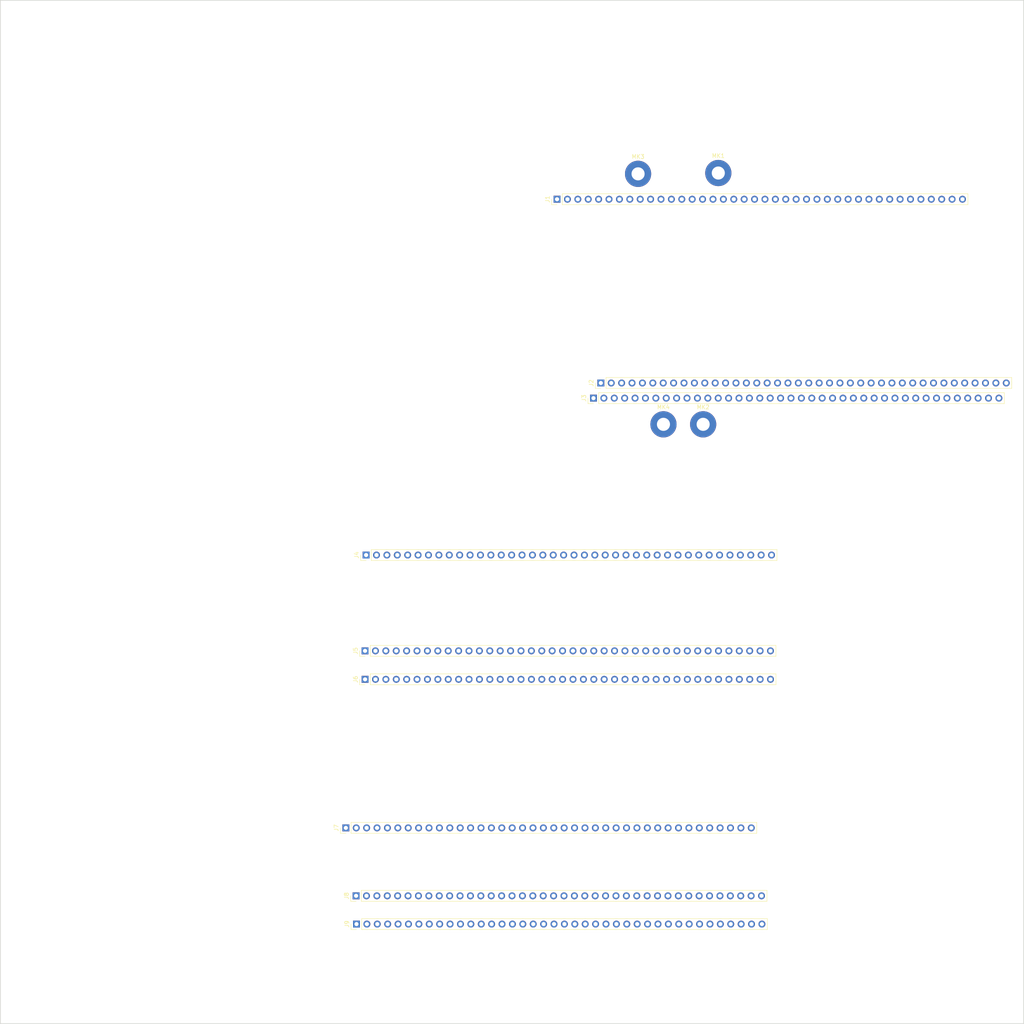
<source format=kicad_pcb>
(kicad_pcb (version 20171130) (host pcbnew 5.0.2-bee76a0~70~ubuntu16.04.1)

  (general
    (thickness 1.6)
    (drawings 9)
    (tracks 0)
    (zones 0)
    (modules 13)
    (nets 361)
  )

  (page User 350.012 350.012)
  (layers
    (0 F.Cu signal)
    (31 B.Cu signal)
    (32 B.Adhes user)
    (33 F.Adhes user)
    (34 B.Paste user)
    (35 F.Paste user)
    (36 B.SilkS user)
    (37 F.SilkS user)
    (38 B.Mask user)
    (39 F.Mask user)
    (40 Dwgs.User user)
    (41 Cmts.User user)
    (42 Eco1.User user)
    (43 Eco2.User user)
    (44 Edge.Cuts user)
    (45 Margin user)
    (46 B.CrtYd user)
    (47 F.CrtYd user)
    (48 B.Fab user)
    (49 F.Fab user)
  )

  (setup
    (last_trace_width 0.25)
    (trace_clearance 0.2)
    (zone_clearance 0.508)
    (zone_45_only no)
    (trace_min 0.2)
    (segment_width 0.2)
    (edge_width 0.15)
    (via_size 0.8)
    (via_drill 0.4)
    (via_min_size 0.4)
    (via_min_drill 0.3)
    (uvia_size 0.3)
    (uvia_drill 0.1)
    (uvias_allowed no)
    (uvia_min_size 0.2)
    (uvia_min_drill 0.1)
    (pcb_text_width 0.3)
    (pcb_text_size 1.5 1.5)
    (mod_edge_width 0.15)
    (mod_text_size 1 1)
    (mod_text_width 0.15)
    (pad_size 1.524 1.524)
    (pad_drill 0.762)
    (pad_to_mask_clearance 0.051)
    (solder_mask_min_width 0.25)
    (aux_axis_origin 0 0)
    (visible_elements FFFFFF7F)
    (pcbplotparams
      (layerselection 0x010fc_ffffffff)
      (usegerberextensions false)
      (usegerberattributes false)
      (usegerberadvancedattributes false)
      (creategerberjobfile false)
      (excludeedgelayer true)
      (linewidth 0.100000)
      (plotframeref false)
      (viasonmask false)
      (mode 1)
      (useauxorigin false)
      (hpglpennumber 1)
      (hpglpenspeed 20)
      (hpglpendiameter 15.000000)
      (psnegative false)
      (psa4output false)
      (plotreference true)
      (plotvalue true)
      (plotinvisibletext false)
      (padsonsilk false)
      (subtractmaskfromsilk false)
      (outputformat 1)
      (mirror false)
      (drillshape 1)
      (scaleselection 1)
      (outputdirectory ""))
  )

  (net 0 "")
  (net 1 "Net-(J1-Pad40)")
  (net 2 "Net-(J1-Pad39)")
  (net 3 "Net-(J1-Pad38)")
  (net 4 "Net-(J1-Pad37)")
  (net 5 "Net-(J1-Pad36)")
  (net 6 "Net-(J1-Pad35)")
  (net 7 "Net-(J1-Pad34)")
  (net 8 "Net-(J1-Pad33)")
  (net 9 "Net-(J1-Pad32)")
  (net 10 "Net-(J1-Pad31)")
  (net 11 "Net-(J1-Pad30)")
  (net 12 "Net-(J1-Pad29)")
  (net 13 "Net-(J1-Pad28)")
  (net 14 "Net-(J1-Pad27)")
  (net 15 "Net-(J1-Pad26)")
  (net 16 "Net-(J1-Pad25)")
  (net 17 "Net-(J1-Pad24)")
  (net 18 "Net-(J1-Pad23)")
  (net 19 "Net-(J1-Pad22)")
  (net 20 "Net-(J1-Pad21)")
  (net 21 "Net-(J1-Pad20)")
  (net 22 "Net-(J1-Pad19)")
  (net 23 "Net-(J1-Pad18)")
  (net 24 "Net-(J1-Pad17)")
  (net 25 "Net-(J1-Pad16)")
  (net 26 "Net-(J1-Pad15)")
  (net 27 "Net-(J1-Pad14)")
  (net 28 "Net-(J1-Pad13)")
  (net 29 "Net-(J1-Pad12)")
  (net 30 "Net-(J1-Pad11)")
  (net 31 "Net-(J1-Pad10)")
  (net 32 "Net-(J1-Pad9)")
  (net 33 "Net-(J1-Pad8)")
  (net 34 "Net-(J1-Pad7)")
  (net 35 "Net-(J1-Pad6)")
  (net 36 "Net-(J1-Pad5)")
  (net 37 "Net-(J1-Pad4)")
  (net 38 "Net-(J1-Pad3)")
  (net 39 "Net-(J1-Pad2)")
  (net 40 "Net-(J1-Pad1)")
  (net 41 "Net-(J3-Pad1)")
  (net 42 "Net-(J3-Pad2)")
  (net 43 "Net-(J3-Pad3)")
  (net 44 "Net-(J3-Pad4)")
  (net 45 "Net-(J3-Pad5)")
  (net 46 "Net-(J3-Pad6)")
  (net 47 "Net-(J3-Pad7)")
  (net 48 "Net-(J3-Pad8)")
  (net 49 "Net-(J3-Pad9)")
  (net 50 "Net-(J3-Pad10)")
  (net 51 "Net-(J3-Pad11)")
  (net 52 "Net-(J3-Pad12)")
  (net 53 "Net-(J3-Pad13)")
  (net 54 "Net-(J3-Pad14)")
  (net 55 "Net-(J3-Pad15)")
  (net 56 "Net-(J3-Pad16)")
  (net 57 "Net-(J3-Pad17)")
  (net 58 "Net-(J3-Pad18)")
  (net 59 "Net-(J3-Pad19)")
  (net 60 "Net-(J3-Pad20)")
  (net 61 "Net-(J3-Pad21)")
  (net 62 "Net-(J3-Pad22)")
  (net 63 "Net-(J3-Pad23)")
  (net 64 "Net-(J3-Pad24)")
  (net 65 "Net-(J3-Pad25)")
  (net 66 "Net-(J3-Pad26)")
  (net 67 "Net-(J3-Pad27)")
  (net 68 "Net-(J3-Pad28)")
  (net 69 "Net-(J3-Pad29)")
  (net 70 "Net-(J3-Pad30)")
  (net 71 "Net-(J3-Pad31)")
  (net 72 "Net-(J3-Pad32)")
  (net 73 "Net-(J3-Pad33)")
  (net 74 "Net-(J3-Pad34)")
  (net 75 "Net-(J3-Pad35)")
  (net 76 "Net-(J3-Pad36)")
  (net 77 "Net-(J3-Pad37)")
  (net 78 "Net-(J3-Pad38)")
  (net 79 "Net-(J3-Pad39)")
  (net 80 "Net-(J3-Pad40)")
  (net 81 "Net-(J4-Pad40)")
  (net 82 "Net-(J4-Pad39)")
  (net 83 "Net-(J4-Pad38)")
  (net 84 "Net-(J4-Pad37)")
  (net 85 "Net-(J4-Pad36)")
  (net 86 "Net-(J4-Pad35)")
  (net 87 "Net-(J4-Pad34)")
  (net 88 "Net-(J4-Pad33)")
  (net 89 "Net-(J4-Pad32)")
  (net 90 "Net-(J4-Pad31)")
  (net 91 "Net-(J4-Pad30)")
  (net 92 "Net-(J4-Pad29)")
  (net 93 "Net-(J4-Pad28)")
  (net 94 "Net-(J4-Pad27)")
  (net 95 "Net-(J4-Pad26)")
  (net 96 "Net-(J4-Pad25)")
  (net 97 "Net-(J4-Pad24)")
  (net 98 "Net-(J4-Pad23)")
  (net 99 "Net-(J4-Pad22)")
  (net 100 "Net-(J4-Pad21)")
  (net 101 "Net-(J4-Pad20)")
  (net 102 "Net-(J4-Pad19)")
  (net 103 "Net-(J4-Pad18)")
  (net 104 "Net-(J4-Pad17)")
  (net 105 "Net-(J4-Pad16)")
  (net 106 "Net-(J4-Pad15)")
  (net 107 "Net-(J4-Pad14)")
  (net 108 "Net-(J4-Pad13)")
  (net 109 "Net-(J4-Pad12)")
  (net 110 "Net-(J4-Pad11)")
  (net 111 "Net-(J4-Pad10)")
  (net 112 "Net-(J4-Pad9)")
  (net 113 "Net-(J4-Pad8)")
  (net 114 "Net-(J4-Pad7)")
  (net 115 "Net-(J4-Pad6)")
  (net 116 "Net-(J4-Pad5)")
  (net 117 "Net-(J4-Pad4)")
  (net 118 "Net-(J4-Pad3)")
  (net 119 "Net-(J4-Pad2)")
  (net 120 "Net-(J4-Pad1)")
  (net 121 "Net-(J5-Pad1)")
  (net 122 "Net-(J5-Pad2)")
  (net 123 "Net-(J5-Pad3)")
  (net 124 "Net-(J5-Pad4)")
  (net 125 "Net-(J5-Pad5)")
  (net 126 "Net-(J5-Pad6)")
  (net 127 "Net-(J5-Pad7)")
  (net 128 "Net-(J5-Pad8)")
  (net 129 "Net-(J5-Pad9)")
  (net 130 "Net-(J5-Pad10)")
  (net 131 "Net-(J5-Pad11)")
  (net 132 "Net-(J5-Pad12)")
  (net 133 "Net-(J5-Pad13)")
  (net 134 "Net-(J5-Pad14)")
  (net 135 "Net-(J5-Pad15)")
  (net 136 "Net-(J5-Pad16)")
  (net 137 "Net-(J5-Pad17)")
  (net 138 "Net-(J5-Pad18)")
  (net 139 "Net-(J5-Pad19)")
  (net 140 "Net-(J5-Pad20)")
  (net 141 "Net-(J5-Pad21)")
  (net 142 "Net-(J5-Pad22)")
  (net 143 "Net-(J5-Pad23)")
  (net 144 "Net-(J5-Pad24)")
  (net 145 "Net-(J5-Pad25)")
  (net 146 "Net-(J5-Pad26)")
  (net 147 "Net-(J5-Pad27)")
  (net 148 "Net-(J5-Pad28)")
  (net 149 "Net-(J5-Pad29)")
  (net 150 "Net-(J5-Pad30)")
  (net 151 "Net-(J5-Pad31)")
  (net 152 "Net-(J5-Pad32)")
  (net 153 "Net-(J5-Pad33)")
  (net 154 "Net-(J5-Pad34)")
  (net 155 "Net-(J5-Pad35)")
  (net 156 "Net-(J5-Pad36)")
  (net 157 "Net-(J5-Pad37)")
  (net 158 "Net-(J5-Pad38)")
  (net 159 "Net-(J5-Pad39)")
  (net 160 "Net-(J5-Pad40)")
  (net 161 "Net-(J6-Pad40)")
  (net 162 "Net-(J6-Pad39)")
  (net 163 "Net-(J6-Pad38)")
  (net 164 "Net-(J6-Pad37)")
  (net 165 "Net-(J6-Pad36)")
  (net 166 "Net-(J6-Pad35)")
  (net 167 "Net-(J6-Pad34)")
  (net 168 "Net-(J6-Pad33)")
  (net 169 "Net-(J6-Pad32)")
  (net 170 "Net-(J6-Pad31)")
  (net 171 "Net-(J6-Pad30)")
  (net 172 "Net-(J6-Pad29)")
  (net 173 "Net-(J6-Pad28)")
  (net 174 "Net-(J6-Pad27)")
  (net 175 "Net-(J6-Pad26)")
  (net 176 "Net-(J6-Pad25)")
  (net 177 "Net-(J6-Pad24)")
  (net 178 "Net-(J6-Pad23)")
  (net 179 "Net-(J6-Pad22)")
  (net 180 "Net-(J6-Pad21)")
  (net 181 "Net-(J6-Pad20)")
  (net 182 "Net-(J6-Pad19)")
  (net 183 "Net-(J6-Pad18)")
  (net 184 "Net-(J6-Pad17)")
  (net 185 "Net-(J6-Pad16)")
  (net 186 "Net-(J6-Pad15)")
  (net 187 "Net-(J6-Pad14)")
  (net 188 "Net-(J6-Pad13)")
  (net 189 "Net-(J6-Pad12)")
  (net 190 "Net-(J6-Pad11)")
  (net 191 "Net-(J6-Pad10)")
  (net 192 "Net-(J6-Pad9)")
  (net 193 "Net-(J6-Pad8)")
  (net 194 "Net-(J6-Pad7)")
  (net 195 "Net-(J6-Pad6)")
  (net 196 "Net-(J6-Pad5)")
  (net 197 "Net-(J6-Pad4)")
  (net 198 "Net-(J6-Pad3)")
  (net 199 "Net-(J6-Pad2)")
  (net 200 "Net-(J6-Pad1)")
  (net 201 "Net-(J7-Pad1)")
  (net 202 "Net-(J7-Pad2)")
  (net 203 "Net-(J7-Pad3)")
  (net 204 "Net-(J7-Pad4)")
  (net 205 "Net-(J7-Pad5)")
  (net 206 "Net-(J7-Pad6)")
  (net 207 "Net-(J7-Pad7)")
  (net 208 "Net-(J7-Pad8)")
  (net 209 "Net-(J7-Pad9)")
  (net 210 "Net-(J7-Pad10)")
  (net 211 "Net-(J7-Pad11)")
  (net 212 "Net-(J7-Pad12)")
  (net 213 "Net-(J7-Pad13)")
  (net 214 "Net-(J7-Pad14)")
  (net 215 "Net-(J7-Pad15)")
  (net 216 "Net-(J7-Pad16)")
  (net 217 "Net-(J7-Pad17)")
  (net 218 "Net-(J7-Pad18)")
  (net 219 "Net-(J7-Pad19)")
  (net 220 "Net-(J7-Pad20)")
  (net 221 "Net-(J7-Pad21)")
  (net 222 "Net-(J7-Pad22)")
  (net 223 "Net-(J7-Pad23)")
  (net 224 "Net-(J7-Pad24)")
  (net 225 "Net-(J7-Pad25)")
  (net 226 "Net-(J7-Pad26)")
  (net 227 "Net-(J7-Pad27)")
  (net 228 "Net-(J7-Pad28)")
  (net 229 "Net-(J7-Pad29)")
  (net 230 "Net-(J7-Pad30)")
  (net 231 "Net-(J7-Pad31)")
  (net 232 "Net-(J7-Pad32)")
  (net 233 "Net-(J7-Pad33)")
  (net 234 "Net-(J7-Pad34)")
  (net 235 "Net-(J7-Pad35)")
  (net 236 "Net-(J7-Pad36)")
  (net 237 "Net-(J7-Pad37)")
  (net 238 "Net-(J7-Pad38)")
  (net 239 "Net-(J7-Pad39)")
  (net 240 "Net-(J7-Pad40)")
  (net 241 "Net-(J8-Pad40)")
  (net 242 "Net-(J8-Pad39)")
  (net 243 "Net-(J8-Pad38)")
  (net 244 "Net-(J8-Pad37)")
  (net 245 "Net-(J8-Pad36)")
  (net 246 "Net-(J8-Pad35)")
  (net 247 "Net-(J8-Pad34)")
  (net 248 "Net-(J8-Pad33)")
  (net 249 "Net-(J8-Pad32)")
  (net 250 "Net-(J8-Pad31)")
  (net 251 "Net-(J8-Pad30)")
  (net 252 "Net-(J8-Pad29)")
  (net 253 "Net-(J8-Pad28)")
  (net 254 "Net-(J8-Pad27)")
  (net 255 "Net-(J8-Pad26)")
  (net 256 "Net-(J8-Pad25)")
  (net 257 "Net-(J8-Pad24)")
  (net 258 "Net-(J8-Pad23)")
  (net 259 "Net-(J8-Pad22)")
  (net 260 "Net-(J8-Pad21)")
  (net 261 "Net-(J8-Pad20)")
  (net 262 "Net-(J8-Pad19)")
  (net 263 "Net-(J8-Pad18)")
  (net 264 "Net-(J8-Pad17)")
  (net 265 "Net-(J8-Pad16)")
  (net 266 "Net-(J8-Pad15)")
  (net 267 "Net-(J8-Pad14)")
  (net 268 "Net-(J8-Pad13)")
  (net 269 "Net-(J8-Pad12)")
  (net 270 "Net-(J8-Pad11)")
  (net 271 "Net-(J8-Pad10)")
  (net 272 "Net-(J8-Pad9)")
  (net 273 "Net-(J8-Pad8)")
  (net 274 "Net-(J8-Pad7)")
  (net 275 "Net-(J8-Pad6)")
  (net 276 "Net-(J8-Pad5)")
  (net 277 "Net-(J8-Pad4)")
  (net 278 "Net-(J8-Pad3)")
  (net 279 "Net-(J8-Pad2)")
  (net 280 "Net-(J8-Pad1)")
  (net 281 "Net-(J2-Pad40)")
  (net 282 "Net-(J2-Pad39)")
  (net 283 "Net-(J2-Pad38)")
  (net 284 "Net-(J2-Pad37)")
  (net 285 "Net-(J2-Pad36)")
  (net 286 "Net-(J2-Pad35)")
  (net 287 "Net-(J2-Pad34)")
  (net 288 "Net-(J2-Pad33)")
  (net 289 "Net-(J2-Pad32)")
  (net 290 "Net-(J2-Pad31)")
  (net 291 "Net-(J2-Pad30)")
  (net 292 "Net-(J2-Pad29)")
  (net 293 "Net-(J2-Pad28)")
  (net 294 "Net-(J2-Pad27)")
  (net 295 "Net-(J2-Pad26)")
  (net 296 "Net-(J2-Pad25)")
  (net 297 "Net-(J2-Pad24)")
  (net 298 "Net-(J2-Pad23)")
  (net 299 "Net-(J2-Pad22)")
  (net 300 "Net-(J2-Pad21)")
  (net 301 "Net-(J2-Pad20)")
  (net 302 "Net-(J2-Pad19)")
  (net 303 "Net-(J2-Pad18)")
  (net 304 "Net-(J2-Pad17)")
  (net 305 "Net-(J2-Pad16)")
  (net 306 "Net-(J2-Pad15)")
  (net 307 "Net-(J2-Pad14)")
  (net 308 "Net-(J2-Pad13)")
  (net 309 "Net-(J2-Pad12)")
  (net 310 "Net-(J2-Pad11)")
  (net 311 "Net-(J2-Pad10)")
  (net 312 "Net-(J2-Pad9)")
  (net 313 "Net-(J2-Pad8)")
  (net 314 "Net-(J2-Pad7)")
  (net 315 "Net-(J2-Pad6)")
  (net 316 "Net-(J2-Pad5)")
  (net 317 "Net-(J2-Pad4)")
  (net 318 "Net-(J2-Pad3)")
  (net 319 "Net-(J2-Pad2)")
  (net 320 "Net-(J2-Pad1)")
  (net 321 "Net-(J9-Pad1)")
  (net 322 "Net-(J9-Pad2)")
  (net 323 "Net-(J9-Pad3)")
  (net 324 "Net-(J9-Pad4)")
  (net 325 "Net-(J9-Pad5)")
  (net 326 "Net-(J9-Pad6)")
  (net 327 "Net-(J9-Pad7)")
  (net 328 "Net-(J9-Pad8)")
  (net 329 "Net-(J9-Pad9)")
  (net 330 "Net-(J9-Pad10)")
  (net 331 "Net-(J9-Pad11)")
  (net 332 "Net-(J9-Pad12)")
  (net 333 "Net-(J9-Pad13)")
  (net 334 "Net-(J9-Pad14)")
  (net 335 "Net-(J9-Pad15)")
  (net 336 "Net-(J9-Pad16)")
  (net 337 "Net-(J9-Pad17)")
  (net 338 "Net-(J9-Pad18)")
  (net 339 "Net-(J9-Pad19)")
  (net 340 "Net-(J9-Pad20)")
  (net 341 "Net-(J9-Pad21)")
  (net 342 "Net-(J9-Pad22)")
  (net 343 "Net-(J9-Pad23)")
  (net 344 "Net-(J9-Pad24)")
  (net 345 "Net-(J9-Pad25)")
  (net 346 "Net-(J9-Pad26)")
  (net 347 "Net-(J9-Pad27)")
  (net 348 "Net-(J9-Pad28)")
  (net 349 "Net-(J9-Pad29)")
  (net 350 "Net-(J9-Pad30)")
  (net 351 "Net-(J9-Pad31)")
  (net 352 "Net-(J9-Pad32)")
  (net 353 "Net-(J9-Pad33)")
  (net 354 "Net-(J9-Pad34)")
  (net 355 "Net-(J9-Pad35)")
  (net 356 "Net-(J9-Pad36)")
  (net 357 "Net-(J9-Pad37)")
  (net 358 "Net-(J9-Pad38)")
  (net 359 "Net-(J9-Pad39)")
  (net 360 "Net-(J9-Pad40)")

  (net_class Default "This is the default net class."
    (clearance 0.2)
    (trace_width 0.25)
    (via_dia 0.8)
    (via_drill 0.4)
    (uvia_dia 0.3)
    (uvia_drill 0.1)
    (add_net "Net-(J1-Pad1)")
    (add_net "Net-(J1-Pad10)")
    (add_net "Net-(J1-Pad11)")
    (add_net "Net-(J1-Pad12)")
    (add_net "Net-(J1-Pad13)")
    (add_net "Net-(J1-Pad14)")
    (add_net "Net-(J1-Pad15)")
    (add_net "Net-(J1-Pad16)")
    (add_net "Net-(J1-Pad17)")
    (add_net "Net-(J1-Pad18)")
    (add_net "Net-(J1-Pad19)")
    (add_net "Net-(J1-Pad2)")
    (add_net "Net-(J1-Pad20)")
    (add_net "Net-(J1-Pad21)")
    (add_net "Net-(J1-Pad22)")
    (add_net "Net-(J1-Pad23)")
    (add_net "Net-(J1-Pad24)")
    (add_net "Net-(J1-Pad25)")
    (add_net "Net-(J1-Pad26)")
    (add_net "Net-(J1-Pad27)")
    (add_net "Net-(J1-Pad28)")
    (add_net "Net-(J1-Pad29)")
    (add_net "Net-(J1-Pad3)")
    (add_net "Net-(J1-Pad30)")
    (add_net "Net-(J1-Pad31)")
    (add_net "Net-(J1-Pad32)")
    (add_net "Net-(J1-Pad33)")
    (add_net "Net-(J1-Pad34)")
    (add_net "Net-(J1-Pad35)")
    (add_net "Net-(J1-Pad36)")
    (add_net "Net-(J1-Pad37)")
    (add_net "Net-(J1-Pad38)")
    (add_net "Net-(J1-Pad39)")
    (add_net "Net-(J1-Pad4)")
    (add_net "Net-(J1-Pad40)")
    (add_net "Net-(J1-Pad5)")
    (add_net "Net-(J1-Pad6)")
    (add_net "Net-(J1-Pad7)")
    (add_net "Net-(J1-Pad8)")
    (add_net "Net-(J1-Pad9)")
    (add_net "Net-(J2-Pad1)")
    (add_net "Net-(J2-Pad10)")
    (add_net "Net-(J2-Pad11)")
    (add_net "Net-(J2-Pad12)")
    (add_net "Net-(J2-Pad13)")
    (add_net "Net-(J2-Pad14)")
    (add_net "Net-(J2-Pad15)")
    (add_net "Net-(J2-Pad16)")
    (add_net "Net-(J2-Pad17)")
    (add_net "Net-(J2-Pad18)")
    (add_net "Net-(J2-Pad19)")
    (add_net "Net-(J2-Pad2)")
    (add_net "Net-(J2-Pad20)")
    (add_net "Net-(J2-Pad21)")
    (add_net "Net-(J2-Pad22)")
    (add_net "Net-(J2-Pad23)")
    (add_net "Net-(J2-Pad24)")
    (add_net "Net-(J2-Pad25)")
    (add_net "Net-(J2-Pad26)")
    (add_net "Net-(J2-Pad27)")
    (add_net "Net-(J2-Pad28)")
    (add_net "Net-(J2-Pad29)")
    (add_net "Net-(J2-Pad3)")
    (add_net "Net-(J2-Pad30)")
    (add_net "Net-(J2-Pad31)")
    (add_net "Net-(J2-Pad32)")
    (add_net "Net-(J2-Pad33)")
    (add_net "Net-(J2-Pad34)")
    (add_net "Net-(J2-Pad35)")
    (add_net "Net-(J2-Pad36)")
    (add_net "Net-(J2-Pad37)")
    (add_net "Net-(J2-Pad38)")
    (add_net "Net-(J2-Pad39)")
    (add_net "Net-(J2-Pad4)")
    (add_net "Net-(J2-Pad40)")
    (add_net "Net-(J2-Pad5)")
    (add_net "Net-(J2-Pad6)")
    (add_net "Net-(J2-Pad7)")
    (add_net "Net-(J2-Pad8)")
    (add_net "Net-(J2-Pad9)")
    (add_net "Net-(J3-Pad1)")
    (add_net "Net-(J3-Pad10)")
    (add_net "Net-(J3-Pad11)")
    (add_net "Net-(J3-Pad12)")
    (add_net "Net-(J3-Pad13)")
    (add_net "Net-(J3-Pad14)")
    (add_net "Net-(J3-Pad15)")
    (add_net "Net-(J3-Pad16)")
    (add_net "Net-(J3-Pad17)")
    (add_net "Net-(J3-Pad18)")
    (add_net "Net-(J3-Pad19)")
    (add_net "Net-(J3-Pad2)")
    (add_net "Net-(J3-Pad20)")
    (add_net "Net-(J3-Pad21)")
    (add_net "Net-(J3-Pad22)")
    (add_net "Net-(J3-Pad23)")
    (add_net "Net-(J3-Pad24)")
    (add_net "Net-(J3-Pad25)")
    (add_net "Net-(J3-Pad26)")
    (add_net "Net-(J3-Pad27)")
    (add_net "Net-(J3-Pad28)")
    (add_net "Net-(J3-Pad29)")
    (add_net "Net-(J3-Pad3)")
    (add_net "Net-(J3-Pad30)")
    (add_net "Net-(J3-Pad31)")
    (add_net "Net-(J3-Pad32)")
    (add_net "Net-(J3-Pad33)")
    (add_net "Net-(J3-Pad34)")
    (add_net "Net-(J3-Pad35)")
    (add_net "Net-(J3-Pad36)")
    (add_net "Net-(J3-Pad37)")
    (add_net "Net-(J3-Pad38)")
    (add_net "Net-(J3-Pad39)")
    (add_net "Net-(J3-Pad4)")
    (add_net "Net-(J3-Pad40)")
    (add_net "Net-(J3-Pad5)")
    (add_net "Net-(J3-Pad6)")
    (add_net "Net-(J3-Pad7)")
    (add_net "Net-(J3-Pad8)")
    (add_net "Net-(J3-Pad9)")
    (add_net "Net-(J4-Pad1)")
    (add_net "Net-(J4-Pad10)")
    (add_net "Net-(J4-Pad11)")
    (add_net "Net-(J4-Pad12)")
    (add_net "Net-(J4-Pad13)")
    (add_net "Net-(J4-Pad14)")
    (add_net "Net-(J4-Pad15)")
    (add_net "Net-(J4-Pad16)")
    (add_net "Net-(J4-Pad17)")
    (add_net "Net-(J4-Pad18)")
    (add_net "Net-(J4-Pad19)")
    (add_net "Net-(J4-Pad2)")
    (add_net "Net-(J4-Pad20)")
    (add_net "Net-(J4-Pad21)")
    (add_net "Net-(J4-Pad22)")
    (add_net "Net-(J4-Pad23)")
    (add_net "Net-(J4-Pad24)")
    (add_net "Net-(J4-Pad25)")
    (add_net "Net-(J4-Pad26)")
    (add_net "Net-(J4-Pad27)")
    (add_net "Net-(J4-Pad28)")
    (add_net "Net-(J4-Pad29)")
    (add_net "Net-(J4-Pad3)")
    (add_net "Net-(J4-Pad30)")
    (add_net "Net-(J4-Pad31)")
    (add_net "Net-(J4-Pad32)")
    (add_net "Net-(J4-Pad33)")
    (add_net "Net-(J4-Pad34)")
    (add_net "Net-(J4-Pad35)")
    (add_net "Net-(J4-Pad36)")
    (add_net "Net-(J4-Pad37)")
    (add_net "Net-(J4-Pad38)")
    (add_net "Net-(J4-Pad39)")
    (add_net "Net-(J4-Pad4)")
    (add_net "Net-(J4-Pad40)")
    (add_net "Net-(J4-Pad5)")
    (add_net "Net-(J4-Pad6)")
    (add_net "Net-(J4-Pad7)")
    (add_net "Net-(J4-Pad8)")
    (add_net "Net-(J4-Pad9)")
    (add_net "Net-(J5-Pad1)")
    (add_net "Net-(J5-Pad10)")
    (add_net "Net-(J5-Pad11)")
    (add_net "Net-(J5-Pad12)")
    (add_net "Net-(J5-Pad13)")
    (add_net "Net-(J5-Pad14)")
    (add_net "Net-(J5-Pad15)")
    (add_net "Net-(J5-Pad16)")
    (add_net "Net-(J5-Pad17)")
    (add_net "Net-(J5-Pad18)")
    (add_net "Net-(J5-Pad19)")
    (add_net "Net-(J5-Pad2)")
    (add_net "Net-(J5-Pad20)")
    (add_net "Net-(J5-Pad21)")
    (add_net "Net-(J5-Pad22)")
    (add_net "Net-(J5-Pad23)")
    (add_net "Net-(J5-Pad24)")
    (add_net "Net-(J5-Pad25)")
    (add_net "Net-(J5-Pad26)")
    (add_net "Net-(J5-Pad27)")
    (add_net "Net-(J5-Pad28)")
    (add_net "Net-(J5-Pad29)")
    (add_net "Net-(J5-Pad3)")
    (add_net "Net-(J5-Pad30)")
    (add_net "Net-(J5-Pad31)")
    (add_net "Net-(J5-Pad32)")
    (add_net "Net-(J5-Pad33)")
    (add_net "Net-(J5-Pad34)")
    (add_net "Net-(J5-Pad35)")
    (add_net "Net-(J5-Pad36)")
    (add_net "Net-(J5-Pad37)")
    (add_net "Net-(J5-Pad38)")
    (add_net "Net-(J5-Pad39)")
    (add_net "Net-(J5-Pad4)")
    (add_net "Net-(J5-Pad40)")
    (add_net "Net-(J5-Pad5)")
    (add_net "Net-(J5-Pad6)")
    (add_net "Net-(J5-Pad7)")
    (add_net "Net-(J5-Pad8)")
    (add_net "Net-(J5-Pad9)")
    (add_net "Net-(J6-Pad1)")
    (add_net "Net-(J6-Pad10)")
    (add_net "Net-(J6-Pad11)")
    (add_net "Net-(J6-Pad12)")
    (add_net "Net-(J6-Pad13)")
    (add_net "Net-(J6-Pad14)")
    (add_net "Net-(J6-Pad15)")
    (add_net "Net-(J6-Pad16)")
    (add_net "Net-(J6-Pad17)")
    (add_net "Net-(J6-Pad18)")
    (add_net "Net-(J6-Pad19)")
    (add_net "Net-(J6-Pad2)")
    (add_net "Net-(J6-Pad20)")
    (add_net "Net-(J6-Pad21)")
    (add_net "Net-(J6-Pad22)")
    (add_net "Net-(J6-Pad23)")
    (add_net "Net-(J6-Pad24)")
    (add_net "Net-(J6-Pad25)")
    (add_net "Net-(J6-Pad26)")
    (add_net "Net-(J6-Pad27)")
    (add_net "Net-(J6-Pad28)")
    (add_net "Net-(J6-Pad29)")
    (add_net "Net-(J6-Pad3)")
    (add_net "Net-(J6-Pad30)")
    (add_net "Net-(J6-Pad31)")
    (add_net "Net-(J6-Pad32)")
    (add_net "Net-(J6-Pad33)")
    (add_net "Net-(J6-Pad34)")
    (add_net "Net-(J6-Pad35)")
    (add_net "Net-(J6-Pad36)")
    (add_net "Net-(J6-Pad37)")
    (add_net "Net-(J6-Pad38)")
    (add_net "Net-(J6-Pad39)")
    (add_net "Net-(J6-Pad4)")
    (add_net "Net-(J6-Pad40)")
    (add_net "Net-(J6-Pad5)")
    (add_net "Net-(J6-Pad6)")
    (add_net "Net-(J6-Pad7)")
    (add_net "Net-(J6-Pad8)")
    (add_net "Net-(J6-Pad9)")
    (add_net "Net-(J7-Pad1)")
    (add_net "Net-(J7-Pad10)")
    (add_net "Net-(J7-Pad11)")
    (add_net "Net-(J7-Pad12)")
    (add_net "Net-(J7-Pad13)")
    (add_net "Net-(J7-Pad14)")
    (add_net "Net-(J7-Pad15)")
    (add_net "Net-(J7-Pad16)")
    (add_net "Net-(J7-Pad17)")
    (add_net "Net-(J7-Pad18)")
    (add_net "Net-(J7-Pad19)")
    (add_net "Net-(J7-Pad2)")
    (add_net "Net-(J7-Pad20)")
    (add_net "Net-(J7-Pad21)")
    (add_net "Net-(J7-Pad22)")
    (add_net "Net-(J7-Pad23)")
    (add_net "Net-(J7-Pad24)")
    (add_net "Net-(J7-Pad25)")
    (add_net "Net-(J7-Pad26)")
    (add_net "Net-(J7-Pad27)")
    (add_net "Net-(J7-Pad28)")
    (add_net "Net-(J7-Pad29)")
    (add_net "Net-(J7-Pad3)")
    (add_net "Net-(J7-Pad30)")
    (add_net "Net-(J7-Pad31)")
    (add_net "Net-(J7-Pad32)")
    (add_net "Net-(J7-Pad33)")
    (add_net "Net-(J7-Pad34)")
    (add_net "Net-(J7-Pad35)")
    (add_net "Net-(J7-Pad36)")
    (add_net "Net-(J7-Pad37)")
    (add_net "Net-(J7-Pad38)")
    (add_net "Net-(J7-Pad39)")
    (add_net "Net-(J7-Pad4)")
    (add_net "Net-(J7-Pad40)")
    (add_net "Net-(J7-Pad5)")
    (add_net "Net-(J7-Pad6)")
    (add_net "Net-(J7-Pad7)")
    (add_net "Net-(J7-Pad8)")
    (add_net "Net-(J7-Pad9)")
    (add_net "Net-(J8-Pad1)")
    (add_net "Net-(J8-Pad10)")
    (add_net "Net-(J8-Pad11)")
    (add_net "Net-(J8-Pad12)")
    (add_net "Net-(J8-Pad13)")
    (add_net "Net-(J8-Pad14)")
    (add_net "Net-(J8-Pad15)")
    (add_net "Net-(J8-Pad16)")
    (add_net "Net-(J8-Pad17)")
    (add_net "Net-(J8-Pad18)")
    (add_net "Net-(J8-Pad19)")
    (add_net "Net-(J8-Pad2)")
    (add_net "Net-(J8-Pad20)")
    (add_net "Net-(J8-Pad21)")
    (add_net "Net-(J8-Pad22)")
    (add_net "Net-(J8-Pad23)")
    (add_net "Net-(J8-Pad24)")
    (add_net "Net-(J8-Pad25)")
    (add_net "Net-(J8-Pad26)")
    (add_net "Net-(J8-Pad27)")
    (add_net "Net-(J8-Pad28)")
    (add_net "Net-(J8-Pad29)")
    (add_net "Net-(J8-Pad3)")
    (add_net "Net-(J8-Pad30)")
    (add_net "Net-(J8-Pad31)")
    (add_net "Net-(J8-Pad32)")
    (add_net "Net-(J8-Pad33)")
    (add_net "Net-(J8-Pad34)")
    (add_net "Net-(J8-Pad35)")
    (add_net "Net-(J8-Pad36)")
    (add_net "Net-(J8-Pad37)")
    (add_net "Net-(J8-Pad38)")
    (add_net "Net-(J8-Pad39)")
    (add_net "Net-(J8-Pad4)")
    (add_net "Net-(J8-Pad40)")
    (add_net "Net-(J8-Pad5)")
    (add_net "Net-(J8-Pad6)")
    (add_net "Net-(J8-Pad7)")
    (add_net "Net-(J8-Pad8)")
    (add_net "Net-(J8-Pad9)")
    (add_net "Net-(J9-Pad1)")
    (add_net "Net-(J9-Pad10)")
    (add_net "Net-(J9-Pad11)")
    (add_net "Net-(J9-Pad12)")
    (add_net "Net-(J9-Pad13)")
    (add_net "Net-(J9-Pad14)")
    (add_net "Net-(J9-Pad15)")
    (add_net "Net-(J9-Pad16)")
    (add_net "Net-(J9-Pad17)")
    (add_net "Net-(J9-Pad18)")
    (add_net "Net-(J9-Pad19)")
    (add_net "Net-(J9-Pad2)")
    (add_net "Net-(J9-Pad20)")
    (add_net "Net-(J9-Pad21)")
    (add_net "Net-(J9-Pad22)")
    (add_net "Net-(J9-Pad23)")
    (add_net "Net-(J9-Pad24)")
    (add_net "Net-(J9-Pad25)")
    (add_net "Net-(J9-Pad26)")
    (add_net "Net-(J9-Pad27)")
    (add_net "Net-(J9-Pad28)")
    (add_net "Net-(J9-Pad29)")
    (add_net "Net-(J9-Pad3)")
    (add_net "Net-(J9-Pad30)")
    (add_net "Net-(J9-Pad31)")
    (add_net "Net-(J9-Pad32)")
    (add_net "Net-(J9-Pad33)")
    (add_net "Net-(J9-Pad34)")
    (add_net "Net-(J9-Pad35)")
    (add_net "Net-(J9-Pad36)")
    (add_net "Net-(J9-Pad37)")
    (add_net "Net-(J9-Pad38)")
    (add_net "Net-(J9-Pad39)")
    (add_net "Net-(J9-Pad4)")
    (add_net "Net-(J9-Pad40)")
    (add_net "Net-(J9-Pad5)")
    (add_net "Net-(J9-Pad6)")
    (add_net "Net-(J9-Pad7)")
    (add_net "Net-(J9-Pad8)")
    (add_net "Net-(J9-Pad9)")
  )

  (module Mounting_Holes:MountingHole_3.2mm_M3_Pad (layer F.Cu) (tedit 56D1B4CB) (tstamp 5C82A70D)
    (at 182 123.6)
    (descr "Mounting Hole 3.2mm, M3")
    (tags "mounting hole 3.2mm m3")
    (path /5C8271F8)
    (attr virtual)
    (fp_text reference MK4 (at 0 -4.2) (layer F.SilkS)
      (effects (font (size 1 1) (thickness 0.15)))
    )
    (fp_text value Mounting_Hole (at 0 4.2) (layer F.Fab)
      (effects (font (size 1 1) (thickness 0.15)))
    )
    (fp_text user %R (at 0.3 0) (layer F.Fab)
      (effects (font (size 1 1) (thickness 0.15)))
    )
    (fp_circle (center 0 0) (end 3.2 0) (layer Cmts.User) (width 0.15))
    (fp_circle (center 0 0) (end 3.45 0) (layer F.CrtYd) (width 0.05))
    (pad 1 thru_hole circle (at 0 0) (size 6.4 6.4) (drill 3.2) (layers *.Cu *.Mask))
  )

  (module Mounting_Holes:MountingHole_3.2mm_M3_Pad (layer F.Cu) (tedit 56D1B4CB) (tstamp 5C82A705)
    (at 175.8 62.4)
    (descr "Mounting Hole 3.2mm, M3")
    (tags "mounting hole 3.2mm m3")
    (path /5C8271C6)
    (attr virtual)
    (fp_text reference MK3 (at 0 -4.2) (layer F.SilkS)
      (effects (font (size 1 1) (thickness 0.15)))
    )
    (fp_text value Mounting_Hole (at 0 4.2) (layer F.Fab)
      (effects (font (size 1 1) (thickness 0.15)))
    )
    (fp_circle (center 0 0) (end 3.45 0) (layer F.CrtYd) (width 0.05))
    (fp_circle (center 0 0) (end 3.2 0) (layer Cmts.User) (width 0.15))
    (fp_text user %R (at 0.3 0) (layer F.Fab)
      (effects (font (size 1 1) (thickness 0.15)))
    )
    (pad 1 thru_hole circle (at 0 0) (size 6.4 6.4) (drill 3.2) (layers *.Cu *.Mask))
  )

  (module Mounting_Holes:MountingHole_3.2mm_M3_Pad (layer F.Cu) (tedit 56D1B4CB) (tstamp 5C82A6FD)
    (at 191.7 123.6)
    (descr "Mounting Hole 3.2mm, M3")
    (tags "mounting hole 3.2mm m3")
    (path /5C82718C)
    (attr virtual)
    (fp_text reference MK2 (at 0 -4.2) (layer F.SilkS)
      (effects (font (size 1 1) (thickness 0.15)))
    )
    (fp_text value Mounting_Hole (at 0 4.2) (layer F.Fab)
      (effects (font (size 1 1) (thickness 0.15)))
    )
    (fp_text user %R (at 0.3 0) (layer F.Fab)
      (effects (font (size 1 1) (thickness 0.15)))
    )
    (fp_circle (center 0 0) (end 3.2 0) (layer Cmts.User) (width 0.15))
    (fp_circle (center 0 0) (end 3.45 0) (layer F.CrtYd) (width 0.05))
    (pad 1 thru_hole circle (at 0 0) (size 6.4 6.4) (drill 3.2) (layers *.Cu *.Mask))
  )

  (module Mounting_Holes:MountingHole_3.2mm_M3_Pad (layer F.Cu) (tedit 56D1B4CB) (tstamp 5C82A6F5)
    (at 195.4 62.2)
    (descr "Mounting Hole 3.2mm, M3")
    (tags "mounting hole 3.2mm m3")
    (path /5C8270CF)
    (attr virtual)
    (fp_text reference MK1 (at 0 -4.2) (layer F.SilkS)
      (effects (font (size 1 1) (thickness 0.15)))
    )
    (fp_text value Mounting_Hole (at 0 4.2) (layer F.Fab)
      (effects (font (size 1 1) (thickness 0.15)))
    )
    (fp_circle (center 0 0) (end 3.45 0) (layer F.CrtYd) (width 0.05))
    (fp_circle (center 0 0) (end 3.2 0) (layer Cmts.User) (width 0.15))
    (fp_text user %R (at 0.3 0) (layer F.Fab)
      (effects (font (size 1 1) (thickness 0.15)))
    )
    (pad 1 thru_hole circle (at 0 0) (size 6.4 6.4) (drill 3.2) (layers *.Cu *.Mask))
  )

  (module Pin_Headers:Pin_Header_Straight_1x40_Pitch2.54mm (layer F.Cu) (tedit 59650532) (tstamp 5C82A6B3)
    (at 107 245.7 90)
    (descr "Through hole straight pin header, 1x40, 2.54mm pitch, single row")
    (tags "Through hole pin header THT 1x40 2.54mm single row")
    (path /5C6805A4)
    (fp_text reference J9 (at 0 -2.33 90) (layer F.SilkS)
      (effects (font (size 1 1) (thickness 0.15)))
    )
    (fp_text value Conn_01x40 (at 0 101.39 90) (layer F.Fab)
      (effects (font (size 1 1) (thickness 0.15)))
    )
    (fp_text user %R (at 0 49.53 180) (layer F.Fab)
      (effects (font (size 1 1) (thickness 0.15)))
    )
    (fp_line (start 1.8 -1.8) (end -1.8 -1.8) (layer F.CrtYd) (width 0.05))
    (fp_line (start 1.8 100.85) (end 1.8 -1.8) (layer F.CrtYd) (width 0.05))
    (fp_line (start -1.8 100.85) (end 1.8 100.85) (layer F.CrtYd) (width 0.05))
    (fp_line (start -1.8 -1.8) (end -1.8 100.85) (layer F.CrtYd) (width 0.05))
    (fp_line (start -1.33 -1.33) (end 0 -1.33) (layer F.SilkS) (width 0.12))
    (fp_line (start -1.33 0) (end -1.33 -1.33) (layer F.SilkS) (width 0.12))
    (fp_line (start -1.33 1.27) (end 1.33 1.27) (layer F.SilkS) (width 0.12))
    (fp_line (start 1.33 1.27) (end 1.33 100.39) (layer F.SilkS) (width 0.12))
    (fp_line (start -1.33 1.27) (end -1.33 100.39) (layer F.SilkS) (width 0.12))
    (fp_line (start -1.33 100.39) (end 1.33 100.39) (layer F.SilkS) (width 0.12))
    (fp_line (start -1.27 -0.635) (end -0.635 -1.27) (layer F.Fab) (width 0.1))
    (fp_line (start -1.27 100.33) (end -1.27 -0.635) (layer F.Fab) (width 0.1))
    (fp_line (start 1.27 100.33) (end -1.27 100.33) (layer F.Fab) (width 0.1))
    (fp_line (start 1.27 -1.27) (end 1.27 100.33) (layer F.Fab) (width 0.1))
    (fp_line (start -0.635 -1.27) (end 1.27 -1.27) (layer F.Fab) (width 0.1))
    (pad 40 thru_hole oval (at 0 99.06 90) (size 1.7 1.7) (drill 1) (layers *.Cu *.Mask)
      (net 360 "Net-(J9-Pad40)"))
    (pad 39 thru_hole oval (at 0 96.52 90) (size 1.7 1.7) (drill 1) (layers *.Cu *.Mask)
      (net 359 "Net-(J9-Pad39)"))
    (pad 38 thru_hole oval (at 0 93.98 90) (size 1.7 1.7) (drill 1) (layers *.Cu *.Mask)
      (net 358 "Net-(J9-Pad38)"))
    (pad 37 thru_hole oval (at 0 91.44 90) (size 1.7 1.7) (drill 1) (layers *.Cu *.Mask)
      (net 357 "Net-(J9-Pad37)"))
    (pad 36 thru_hole oval (at 0 88.9 90) (size 1.7 1.7) (drill 1) (layers *.Cu *.Mask)
      (net 356 "Net-(J9-Pad36)"))
    (pad 35 thru_hole oval (at 0 86.36 90) (size 1.7 1.7) (drill 1) (layers *.Cu *.Mask)
      (net 355 "Net-(J9-Pad35)"))
    (pad 34 thru_hole oval (at 0 83.82 90) (size 1.7 1.7) (drill 1) (layers *.Cu *.Mask)
      (net 354 "Net-(J9-Pad34)"))
    (pad 33 thru_hole oval (at 0 81.28 90) (size 1.7 1.7) (drill 1) (layers *.Cu *.Mask)
      (net 353 "Net-(J9-Pad33)"))
    (pad 32 thru_hole oval (at 0 78.74 90) (size 1.7 1.7) (drill 1) (layers *.Cu *.Mask)
      (net 352 "Net-(J9-Pad32)"))
    (pad 31 thru_hole oval (at 0 76.2 90) (size 1.7 1.7) (drill 1) (layers *.Cu *.Mask)
      (net 351 "Net-(J9-Pad31)"))
    (pad 30 thru_hole oval (at 0 73.66 90) (size 1.7 1.7) (drill 1) (layers *.Cu *.Mask)
      (net 350 "Net-(J9-Pad30)"))
    (pad 29 thru_hole oval (at 0 71.12 90) (size 1.7 1.7) (drill 1) (layers *.Cu *.Mask)
      (net 349 "Net-(J9-Pad29)"))
    (pad 28 thru_hole oval (at 0 68.58 90) (size 1.7 1.7) (drill 1) (layers *.Cu *.Mask)
      (net 348 "Net-(J9-Pad28)"))
    (pad 27 thru_hole oval (at 0 66.04 90) (size 1.7 1.7) (drill 1) (layers *.Cu *.Mask)
      (net 347 "Net-(J9-Pad27)"))
    (pad 26 thru_hole oval (at 0 63.5 90) (size 1.7 1.7) (drill 1) (layers *.Cu *.Mask)
      (net 346 "Net-(J9-Pad26)"))
    (pad 25 thru_hole oval (at 0 60.96 90) (size 1.7 1.7) (drill 1) (layers *.Cu *.Mask)
      (net 345 "Net-(J9-Pad25)"))
    (pad 24 thru_hole oval (at 0 58.42 90) (size 1.7 1.7) (drill 1) (layers *.Cu *.Mask)
      (net 344 "Net-(J9-Pad24)"))
    (pad 23 thru_hole oval (at 0 55.88 90) (size 1.7 1.7) (drill 1) (layers *.Cu *.Mask)
      (net 343 "Net-(J9-Pad23)"))
    (pad 22 thru_hole oval (at 0 53.34 90) (size 1.7 1.7) (drill 1) (layers *.Cu *.Mask)
      (net 342 "Net-(J9-Pad22)"))
    (pad 21 thru_hole oval (at 0 50.8 90) (size 1.7 1.7) (drill 1) (layers *.Cu *.Mask)
      (net 341 "Net-(J9-Pad21)"))
    (pad 20 thru_hole oval (at 0 48.26 90) (size 1.7 1.7) (drill 1) (layers *.Cu *.Mask)
      (net 340 "Net-(J9-Pad20)"))
    (pad 19 thru_hole oval (at 0 45.72 90) (size 1.7 1.7) (drill 1) (layers *.Cu *.Mask)
      (net 339 "Net-(J9-Pad19)"))
    (pad 18 thru_hole oval (at 0 43.18 90) (size 1.7 1.7) (drill 1) (layers *.Cu *.Mask)
      (net 338 "Net-(J9-Pad18)"))
    (pad 17 thru_hole oval (at 0 40.64 90) (size 1.7 1.7) (drill 1) (layers *.Cu *.Mask)
      (net 337 "Net-(J9-Pad17)"))
    (pad 16 thru_hole oval (at 0 38.1 90) (size 1.7 1.7) (drill 1) (layers *.Cu *.Mask)
      (net 336 "Net-(J9-Pad16)"))
    (pad 15 thru_hole oval (at 0 35.56 90) (size 1.7 1.7) (drill 1) (layers *.Cu *.Mask)
      (net 335 "Net-(J9-Pad15)"))
    (pad 14 thru_hole oval (at 0 33.02 90) (size 1.7 1.7) (drill 1) (layers *.Cu *.Mask)
      (net 334 "Net-(J9-Pad14)"))
    (pad 13 thru_hole oval (at 0 30.48 90) (size 1.7 1.7) (drill 1) (layers *.Cu *.Mask)
      (net 333 "Net-(J9-Pad13)"))
    (pad 12 thru_hole oval (at 0 27.94 90) (size 1.7 1.7) (drill 1) (layers *.Cu *.Mask)
      (net 332 "Net-(J9-Pad12)"))
    (pad 11 thru_hole oval (at 0 25.4 90) (size 1.7 1.7) (drill 1) (layers *.Cu *.Mask)
      (net 331 "Net-(J9-Pad11)"))
    (pad 10 thru_hole oval (at 0 22.86 90) (size 1.7 1.7) (drill 1) (layers *.Cu *.Mask)
      (net 330 "Net-(J9-Pad10)"))
    (pad 9 thru_hole oval (at 0 20.32 90) (size 1.7 1.7) (drill 1) (layers *.Cu *.Mask)
      (net 329 "Net-(J9-Pad9)"))
    (pad 8 thru_hole oval (at 0 17.78 90) (size 1.7 1.7) (drill 1) (layers *.Cu *.Mask)
      (net 328 "Net-(J9-Pad8)"))
    (pad 7 thru_hole oval (at 0 15.24 90) (size 1.7 1.7) (drill 1) (layers *.Cu *.Mask)
      (net 327 "Net-(J9-Pad7)"))
    (pad 6 thru_hole oval (at 0 12.7 90) (size 1.7 1.7) (drill 1) (layers *.Cu *.Mask)
      (net 326 "Net-(J9-Pad6)"))
    (pad 5 thru_hole oval (at 0 10.16 90) (size 1.7 1.7) (drill 1) (layers *.Cu *.Mask)
      (net 325 "Net-(J9-Pad5)"))
    (pad 4 thru_hole oval (at 0 7.62 90) (size 1.7 1.7) (drill 1) (layers *.Cu *.Mask)
      (net 324 "Net-(J9-Pad4)"))
    (pad 3 thru_hole oval (at 0 5.08 90) (size 1.7 1.7) (drill 1) (layers *.Cu *.Mask)
      (net 323 "Net-(J9-Pad3)"))
    (pad 2 thru_hole oval (at 0 2.54 90) (size 1.7 1.7) (drill 1) (layers *.Cu *.Mask)
      (net 322 "Net-(J9-Pad2)"))
    (pad 1 thru_hole rect (at 0 0 90) (size 1.7 1.7) (drill 1) (layers *.Cu *.Mask)
      (net 321 "Net-(J9-Pad1)"))
    (model ${KISYS3DMOD}/Pin_Headers.3dshapes/Pin_Header_Straight_1x40_Pitch2.54mm.wrl
      (at (xyz 0 0 0))
      (scale (xyz 1 1 1))
      (rotate (xyz 0 0 0))
    )
  )

  (module Pin_Headers:Pin_Header_Straight_1x40_Pitch2.54mm (layer F.Cu) (tedit 59650532) (tstamp 5C82A678)
    (at 106.9 238.8 90)
    (descr "Through hole straight pin header, 1x40, 2.54mm pitch, single row")
    (tags "Through hole pin header THT 1x40 2.54mm single row")
    (path /5C680598)
    (fp_text reference J8 (at 0 -2.33 90) (layer F.SilkS)
      (effects (font (size 1 1) (thickness 0.15)))
    )
    (fp_text value Conn_01x40 (at 0 101.39 90) (layer F.Fab)
      (effects (font (size 1 1) (thickness 0.15)))
    )
    (fp_line (start -0.635 -1.27) (end 1.27 -1.27) (layer F.Fab) (width 0.1))
    (fp_line (start 1.27 -1.27) (end 1.27 100.33) (layer F.Fab) (width 0.1))
    (fp_line (start 1.27 100.33) (end -1.27 100.33) (layer F.Fab) (width 0.1))
    (fp_line (start -1.27 100.33) (end -1.27 -0.635) (layer F.Fab) (width 0.1))
    (fp_line (start -1.27 -0.635) (end -0.635 -1.27) (layer F.Fab) (width 0.1))
    (fp_line (start -1.33 100.39) (end 1.33 100.39) (layer F.SilkS) (width 0.12))
    (fp_line (start -1.33 1.27) (end -1.33 100.39) (layer F.SilkS) (width 0.12))
    (fp_line (start 1.33 1.27) (end 1.33 100.39) (layer F.SilkS) (width 0.12))
    (fp_line (start -1.33 1.27) (end 1.33 1.27) (layer F.SilkS) (width 0.12))
    (fp_line (start -1.33 0) (end -1.33 -1.33) (layer F.SilkS) (width 0.12))
    (fp_line (start -1.33 -1.33) (end 0 -1.33) (layer F.SilkS) (width 0.12))
    (fp_line (start -1.8 -1.8) (end -1.8 100.85) (layer F.CrtYd) (width 0.05))
    (fp_line (start -1.8 100.85) (end 1.8 100.85) (layer F.CrtYd) (width 0.05))
    (fp_line (start 1.8 100.85) (end 1.8 -1.8) (layer F.CrtYd) (width 0.05))
    (fp_line (start 1.8 -1.8) (end -1.8 -1.8) (layer F.CrtYd) (width 0.05))
    (fp_text user %R (at 0 49.53 180) (layer F.Fab)
      (effects (font (size 1 1) (thickness 0.15)))
    )
    (pad 1 thru_hole rect (at 0 0 90) (size 1.7 1.7) (drill 1) (layers *.Cu *.Mask)
      (net 280 "Net-(J8-Pad1)"))
    (pad 2 thru_hole oval (at 0 2.54 90) (size 1.7 1.7) (drill 1) (layers *.Cu *.Mask)
      (net 279 "Net-(J8-Pad2)"))
    (pad 3 thru_hole oval (at 0 5.08 90) (size 1.7 1.7) (drill 1) (layers *.Cu *.Mask)
      (net 278 "Net-(J8-Pad3)"))
    (pad 4 thru_hole oval (at 0 7.62 90) (size 1.7 1.7) (drill 1) (layers *.Cu *.Mask)
      (net 277 "Net-(J8-Pad4)"))
    (pad 5 thru_hole oval (at 0 10.16 90) (size 1.7 1.7) (drill 1) (layers *.Cu *.Mask)
      (net 276 "Net-(J8-Pad5)"))
    (pad 6 thru_hole oval (at 0 12.7 90) (size 1.7 1.7) (drill 1) (layers *.Cu *.Mask)
      (net 275 "Net-(J8-Pad6)"))
    (pad 7 thru_hole oval (at 0 15.24 90) (size 1.7 1.7) (drill 1) (layers *.Cu *.Mask)
      (net 274 "Net-(J8-Pad7)"))
    (pad 8 thru_hole oval (at 0 17.78 90) (size 1.7 1.7) (drill 1) (layers *.Cu *.Mask)
      (net 273 "Net-(J8-Pad8)"))
    (pad 9 thru_hole oval (at 0 20.32 90) (size 1.7 1.7) (drill 1) (layers *.Cu *.Mask)
      (net 272 "Net-(J8-Pad9)"))
    (pad 10 thru_hole oval (at 0 22.86 90) (size 1.7 1.7) (drill 1) (layers *.Cu *.Mask)
      (net 271 "Net-(J8-Pad10)"))
    (pad 11 thru_hole oval (at 0 25.4 90) (size 1.7 1.7) (drill 1) (layers *.Cu *.Mask)
      (net 270 "Net-(J8-Pad11)"))
    (pad 12 thru_hole oval (at 0 27.94 90) (size 1.7 1.7) (drill 1) (layers *.Cu *.Mask)
      (net 269 "Net-(J8-Pad12)"))
    (pad 13 thru_hole oval (at 0 30.48 90) (size 1.7 1.7) (drill 1) (layers *.Cu *.Mask)
      (net 268 "Net-(J8-Pad13)"))
    (pad 14 thru_hole oval (at 0 33.02 90) (size 1.7 1.7) (drill 1) (layers *.Cu *.Mask)
      (net 267 "Net-(J8-Pad14)"))
    (pad 15 thru_hole oval (at 0 35.56 90) (size 1.7 1.7) (drill 1) (layers *.Cu *.Mask)
      (net 266 "Net-(J8-Pad15)"))
    (pad 16 thru_hole oval (at 0 38.1 90) (size 1.7 1.7) (drill 1) (layers *.Cu *.Mask)
      (net 265 "Net-(J8-Pad16)"))
    (pad 17 thru_hole oval (at 0 40.64 90) (size 1.7 1.7) (drill 1) (layers *.Cu *.Mask)
      (net 264 "Net-(J8-Pad17)"))
    (pad 18 thru_hole oval (at 0 43.18 90) (size 1.7 1.7) (drill 1) (layers *.Cu *.Mask)
      (net 263 "Net-(J8-Pad18)"))
    (pad 19 thru_hole oval (at 0 45.72 90) (size 1.7 1.7) (drill 1) (layers *.Cu *.Mask)
      (net 262 "Net-(J8-Pad19)"))
    (pad 20 thru_hole oval (at 0 48.26 90) (size 1.7 1.7) (drill 1) (layers *.Cu *.Mask)
      (net 261 "Net-(J8-Pad20)"))
    (pad 21 thru_hole oval (at 0 50.8 90) (size 1.7 1.7) (drill 1) (layers *.Cu *.Mask)
      (net 260 "Net-(J8-Pad21)"))
    (pad 22 thru_hole oval (at 0 53.34 90) (size 1.7 1.7) (drill 1) (layers *.Cu *.Mask)
      (net 259 "Net-(J8-Pad22)"))
    (pad 23 thru_hole oval (at 0 55.88 90) (size 1.7 1.7) (drill 1) (layers *.Cu *.Mask)
      (net 258 "Net-(J8-Pad23)"))
    (pad 24 thru_hole oval (at 0 58.42 90) (size 1.7 1.7) (drill 1) (layers *.Cu *.Mask)
      (net 257 "Net-(J8-Pad24)"))
    (pad 25 thru_hole oval (at 0 60.96 90) (size 1.7 1.7) (drill 1) (layers *.Cu *.Mask)
      (net 256 "Net-(J8-Pad25)"))
    (pad 26 thru_hole oval (at 0 63.5 90) (size 1.7 1.7) (drill 1) (layers *.Cu *.Mask)
      (net 255 "Net-(J8-Pad26)"))
    (pad 27 thru_hole oval (at 0 66.04 90) (size 1.7 1.7) (drill 1) (layers *.Cu *.Mask)
      (net 254 "Net-(J8-Pad27)"))
    (pad 28 thru_hole oval (at 0 68.58 90) (size 1.7 1.7) (drill 1) (layers *.Cu *.Mask)
      (net 253 "Net-(J8-Pad28)"))
    (pad 29 thru_hole oval (at 0 71.12 90) (size 1.7 1.7) (drill 1) (layers *.Cu *.Mask)
      (net 252 "Net-(J8-Pad29)"))
    (pad 30 thru_hole oval (at 0 73.66 90) (size 1.7 1.7) (drill 1) (layers *.Cu *.Mask)
      (net 251 "Net-(J8-Pad30)"))
    (pad 31 thru_hole oval (at 0 76.2 90) (size 1.7 1.7) (drill 1) (layers *.Cu *.Mask)
      (net 250 "Net-(J8-Pad31)"))
    (pad 32 thru_hole oval (at 0 78.74 90) (size 1.7 1.7) (drill 1) (layers *.Cu *.Mask)
      (net 249 "Net-(J8-Pad32)"))
    (pad 33 thru_hole oval (at 0 81.28 90) (size 1.7 1.7) (drill 1) (layers *.Cu *.Mask)
      (net 248 "Net-(J8-Pad33)"))
    (pad 34 thru_hole oval (at 0 83.82 90) (size 1.7 1.7) (drill 1) (layers *.Cu *.Mask)
      (net 247 "Net-(J8-Pad34)"))
    (pad 35 thru_hole oval (at 0 86.36 90) (size 1.7 1.7) (drill 1) (layers *.Cu *.Mask)
      (net 246 "Net-(J8-Pad35)"))
    (pad 36 thru_hole oval (at 0 88.9 90) (size 1.7 1.7) (drill 1) (layers *.Cu *.Mask)
      (net 245 "Net-(J8-Pad36)"))
    (pad 37 thru_hole oval (at 0 91.44 90) (size 1.7 1.7) (drill 1) (layers *.Cu *.Mask)
      (net 244 "Net-(J8-Pad37)"))
    (pad 38 thru_hole oval (at 0 93.98 90) (size 1.7 1.7) (drill 1) (layers *.Cu *.Mask)
      (net 243 "Net-(J8-Pad38)"))
    (pad 39 thru_hole oval (at 0 96.52 90) (size 1.7 1.7) (drill 1) (layers *.Cu *.Mask)
      (net 242 "Net-(J8-Pad39)"))
    (pad 40 thru_hole oval (at 0 99.06 90) (size 1.7 1.7) (drill 1) (layers *.Cu *.Mask)
      (net 241 "Net-(J8-Pad40)"))
    (model ${KISYS3DMOD}/Pin_Headers.3dshapes/Pin_Header_Straight_1x40_Pitch2.54mm.wrl
      (at (xyz 0 0 0))
      (scale (xyz 1 1 1))
      (rotate (xyz 0 0 0))
    )
  )

  (module Pin_Headers:Pin_Header_Straight_1x40_Pitch2.54mm (layer F.Cu) (tedit 59650532) (tstamp 5C82A63D)
    (at 104.4 222.2 90)
    (descr "Through hole straight pin header, 1x40, 2.54mm pitch, single row")
    (tags "Through hole pin header THT 1x40 2.54mm single row")
    (path /5C68058C)
    (fp_text reference J7 (at 0 -2.33 90) (layer F.SilkS)
      (effects (font (size 1 1) (thickness 0.15)))
    )
    (fp_text value Conn_01x40 (at 0 101.39 90) (layer F.Fab)
      (effects (font (size 1 1) (thickness 0.15)))
    )
    (fp_text user %R (at 0 49.53 180) (layer F.Fab)
      (effects (font (size 1 1) (thickness 0.15)))
    )
    (fp_line (start 1.8 -1.8) (end -1.8 -1.8) (layer F.CrtYd) (width 0.05))
    (fp_line (start 1.8 100.85) (end 1.8 -1.8) (layer F.CrtYd) (width 0.05))
    (fp_line (start -1.8 100.85) (end 1.8 100.85) (layer F.CrtYd) (width 0.05))
    (fp_line (start -1.8 -1.8) (end -1.8 100.85) (layer F.CrtYd) (width 0.05))
    (fp_line (start -1.33 -1.33) (end 0 -1.33) (layer F.SilkS) (width 0.12))
    (fp_line (start -1.33 0) (end -1.33 -1.33) (layer F.SilkS) (width 0.12))
    (fp_line (start -1.33 1.27) (end 1.33 1.27) (layer F.SilkS) (width 0.12))
    (fp_line (start 1.33 1.27) (end 1.33 100.39) (layer F.SilkS) (width 0.12))
    (fp_line (start -1.33 1.27) (end -1.33 100.39) (layer F.SilkS) (width 0.12))
    (fp_line (start -1.33 100.39) (end 1.33 100.39) (layer F.SilkS) (width 0.12))
    (fp_line (start -1.27 -0.635) (end -0.635 -1.27) (layer F.Fab) (width 0.1))
    (fp_line (start -1.27 100.33) (end -1.27 -0.635) (layer F.Fab) (width 0.1))
    (fp_line (start 1.27 100.33) (end -1.27 100.33) (layer F.Fab) (width 0.1))
    (fp_line (start 1.27 -1.27) (end 1.27 100.33) (layer F.Fab) (width 0.1))
    (fp_line (start -0.635 -1.27) (end 1.27 -1.27) (layer F.Fab) (width 0.1))
    (pad 40 thru_hole oval (at 0 99.06 90) (size 1.7 1.7) (drill 1) (layers *.Cu *.Mask)
      (net 240 "Net-(J7-Pad40)"))
    (pad 39 thru_hole oval (at 0 96.52 90) (size 1.7 1.7) (drill 1) (layers *.Cu *.Mask)
      (net 239 "Net-(J7-Pad39)"))
    (pad 38 thru_hole oval (at 0 93.98 90) (size 1.7 1.7) (drill 1) (layers *.Cu *.Mask)
      (net 238 "Net-(J7-Pad38)"))
    (pad 37 thru_hole oval (at 0 91.44 90) (size 1.7 1.7) (drill 1) (layers *.Cu *.Mask)
      (net 237 "Net-(J7-Pad37)"))
    (pad 36 thru_hole oval (at 0 88.9 90) (size 1.7 1.7) (drill 1) (layers *.Cu *.Mask)
      (net 236 "Net-(J7-Pad36)"))
    (pad 35 thru_hole oval (at 0 86.36 90) (size 1.7 1.7) (drill 1) (layers *.Cu *.Mask)
      (net 235 "Net-(J7-Pad35)"))
    (pad 34 thru_hole oval (at 0 83.82 90) (size 1.7 1.7) (drill 1) (layers *.Cu *.Mask)
      (net 234 "Net-(J7-Pad34)"))
    (pad 33 thru_hole oval (at 0 81.28 90) (size 1.7 1.7) (drill 1) (layers *.Cu *.Mask)
      (net 233 "Net-(J7-Pad33)"))
    (pad 32 thru_hole oval (at 0 78.74 90) (size 1.7 1.7) (drill 1) (layers *.Cu *.Mask)
      (net 232 "Net-(J7-Pad32)"))
    (pad 31 thru_hole oval (at 0 76.2 90) (size 1.7 1.7) (drill 1) (layers *.Cu *.Mask)
      (net 231 "Net-(J7-Pad31)"))
    (pad 30 thru_hole oval (at 0 73.66 90) (size 1.7 1.7) (drill 1) (layers *.Cu *.Mask)
      (net 230 "Net-(J7-Pad30)"))
    (pad 29 thru_hole oval (at 0 71.12 90) (size 1.7 1.7) (drill 1) (layers *.Cu *.Mask)
      (net 229 "Net-(J7-Pad29)"))
    (pad 28 thru_hole oval (at 0 68.58 90) (size 1.7 1.7) (drill 1) (layers *.Cu *.Mask)
      (net 228 "Net-(J7-Pad28)"))
    (pad 27 thru_hole oval (at 0 66.04 90) (size 1.7 1.7) (drill 1) (layers *.Cu *.Mask)
      (net 227 "Net-(J7-Pad27)"))
    (pad 26 thru_hole oval (at 0 63.5 90) (size 1.7 1.7) (drill 1) (layers *.Cu *.Mask)
      (net 226 "Net-(J7-Pad26)"))
    (pad 25 thru_hole oval (at 0 60.96 90) (size 1.7 1.7) (drill 1) (layers *.Cu *.Mask)
      (net 225 "Net-(J7-Pad25)"))
    (pad 24 thru_hole oval (at 0 58.42 90) (size 1.7 1.7) (drill 1) (layers *.Cu *.Mask)
      (net 224 "Net-(J7-Pad24)"))
    (pad 23 thru_hole oval (at 0 55.88 90) (size 1.7 1.7) (drill 1) (layers *.Cu *.Mask)
      (net 223 "Net-(J7-Pad23)"))
    (pad 22 thru_hole oval (at 0 53.34 90) (size 1.7 1.7) (drill 1) (layers *.Cu *.Mask)
      (net 222 "Net-(J7-Pad22)"))
    (pad 21 thru_hole oval (at 0 50.8 90) (size 1.7 1.7) (drill 1) (layers *.Cu *.Mask)
      (net 221 "Net-(J7-Pad21)"))
    (pad 20 thru_hole oval (at 0 48.26 90) (size 1.7 1.7) (drill 1) (layers *.Cu *.Mask)
      (net 220 "Net-(J7-Pad20)"))
    (pad 19 thru_hole oval (at 0 45.72 90) (size 1.7 1.7) (drill 1) (layers *.Cu *.Mask)
      (net 219 "Net-(J7-Pad19)"))
    (pad 18 thru_hole oval (at 0 43.18 90) (size 1.7 1.7) (drill 1) (layers *.Cu *.Mask)
      (net 218 "Net-(J7-Pad18)"))
    (pad 17 thru_hole oval (at 0 40.64 90) (size 1.7 1.7) (drill 1) (layers *.Cu *.Mask)
      (net 217 "Net-(J7-Pad17)"))
    (pad 16 thru_hole oval (at 0 38.1 90) (size 1.7 1.7) (drill 1) (layers *.Cu *.Mask)
      (net 216 "Net-(J7-Pad16)"))
    (pad 15 thru_hole oval (at 0 35.56 90) (size 1.7 1.7) (drill 1) (layers *.Cu *.Mask)
      (net 215 "Net-(J7-Pad15)"))
    (pad 14 thru_hole oval (at 0 33.02 90) (size 1.7 1.7) (drill 1) (layers *.Cu *.Mask)
      (net 214 "Net-(J7-Pad14)"))
    (pad 13 thru_hole oval (at 0 30.48 90) (size 1.7 1.7) (drill 1) (layers *.Cu *.Mask)
      (net 213 "Net-(J7-Pad13)"))
    (pad 12 thru_hole oval (at 0 27.94 90) (size 1.7 1.7) (drill 1) (layers *.Cu *.Mask)
      (net 212 "Net-(J7-Pad12)"))
    (pad 11 thru_hole oval (at 0 25.4 90) (size 1.7 1.7) (drill 1) (layers *.Cu *.Mask)
      (net 211 "Net-(J7-Pad11)"))
    (pad 10 thru_hole oval (at 0 22.86 90) (size 1.7 1.7) (drill 1) (layers *.Cu *.Mask)
      (net 210 "Net-(J7-Pad10)"))
    (pad 9 thru_hole oval (at 0 20.32 90) (size 1.7 1.7) (drill 1) (layers *.Cu *.Mask)
      (net 209 "Net-(J7-Pad9)"))
    (pad 8 thru_hole oval (at 0 17.78 90) (size 1.7 1.7) (drill 1) (layers *.Cu *.Mask)
      (net 208 "Net-(J7-Pad8)"))
    (pad 7 thru_hole oval (at 0 15.24 90) (size 1.7 1.7) (drill 1) (layers *.Cu *.Mask)
      (net 207 "Net-(J7-Pad7)"))
    (pad 6 thru_hole oval (at 0 12.7 90) (size 1.7 1.7) (drill 1) (layers *.Cu *.Mask)
      (net 206 "Net-(J7-Pad6)"))
    (pad 5 thru_hole oval (at 0 10.16 90) (size 1.7 1.7) (drill 1) (layers *.Cu *.Mask)
      (net 205 "Net-(J7-Pad5)"))
    (pad 4 thru_hole oval (at 0 7.62 90) (size 1.7 1.7) (drill 1) (layers *.Cu *.Mask)
      (net 204 "Net-(J7-Pad4)"))
    (pad 3 thru_hole oval (at 0 5.08 90) (size 1.7 1.7) (drill 1) (layers *.Cu *.Mask)
      (net 203 "Net-(J7-Pad3)"))
    (pad 2 thru_hole oval (at 0 2.54 90) (size 1.7 1.7) (drill 1) (layers *.Cu *.Mask)
      (net 202 "Net-(J7-Pad2)"))
    (pad 1 thru_hole rect (at 0 0 90) (size 1.7 1.7) (drill 1) (layers *.Cu *.Mask)
      (net 201 "Net-(J7-Pad1)"))
    (model ${KISYS3DMOD}/Pin_Headers.3dshapes/Pin_Header_Straight_1x40_Pitch2.54mm.wrl
      (at (xyz 0 0 0))
      (scale (xyz 1 1 1))
      (rotate (xyz 0 0 0))
    )
  )

  (module Pin_Headers:Pin_Header_Straight_1x40_Pitch2.54mm (layer F.Cu) (tedit 59650532) (tstamp 5C82A602)
    (at 109.1 185.9 90)
    (descr "Through hole straight pin header, 1x40, 2.54mm pitch, single row")
    (tags "Through hole pin header THT 1x40 2.54mm single row")
    (path /5C680301)
    (fp_text reference J6 (at 0 -2.33 90) (layer F.SilkS)
      (effects (font (size 1 1) (thickness 0.15)))
    )
    (fp_text value Conn_01x40 (at 0 101.39 90) (layer F.Fab)
      (effects (font (size 1 1) (thickness 0.15)))
    )
    (fp_line (start -0.635 -1.27) (end 1.27 -1.27) (layer F.Fab) (width 0.1))
    (fp_line (start 1.27 -1.27) (end 1.27 100.33) (layer F.Fab) (width 0.1))
    (fp_line (start 1.27 100.33) (end -1.27 100.33) (layer F.Fab) (width 0.1))
    (fp_line (start -1.27 100.33) (end -1.27 -0.635) (layer F.Fab) (width 0.1))
    (fp_line (start -1.27 -0.635) (end -0.635 -1.27) (layer F.Fab) (width 0.1))
    (fp_line (start -1.33 100.39) (end 1.33 100.39) (layer F.SilkS) (width 0.12))
    (fp_line (start -1.33 1.27) (end -1.33 100.39) (layer F.SilkS) (width 0.12))
    (fp_line (start 1.33 1.27) (end 1.33 100.39) (layer F.SilkS) (width 0.12))
    (fp_line (start -1.33 1.27) (end 1.33 1.27) (layer F.SilkS) (width 0.12))
    (fp_line (start -1.33 0) (end -1.33 -1.33) (layer F.SilkS) (width 0.12))
    (fp_line (start -1.33 -1.33) (end 0 -1.33) (layer F.SilkS) (width 0.12))
    (fp_line (start -1.8 -1.8) (end -1.8 100.85) (layer F.CrtYd) (width 0.05))
    (fp_line (start -1.8 100.85) (end 1.8 100.85) (layer F.CrtYd) (width 0.05))
    (fp_line (start 1.8 100.85) (end 1.8 -1.8) (layer F.CrtYd) (width 0.05))
    (fp_line (start 1.8 -1.8) (end -1.8 -1.8) (layer F.CrtYd) (width 0.05))
    (fp_text user %R (at 0 49.53 180) (layer F.Fab)
      (effects (font (size 1 1) (thickness 0.15)))
    )
    (pad 1 thru_hole rect (at 0 0 90) (size 1.7 1.7) (drill 1) (layers *.Cu *.Mask)
      (net 200 "Net-(J6-Pad1)"))
    (pad 2 thru_hole oval (at 0 2.54 90) (size 1.7 1.7) (drill 1) (layers *.Cu *.Mask)
      (net 199 "Net-(J6-Pad2)"))
    (pad 3 thru_hole oval (at 0 5.08 90) (size 1.7 1.7) (drill 1) (layers *.Cu *.Mask)
      (net 198 "Net-(J6-Pad3)"))
    (pad 4 thru_hole oval (at 0 7.62 90) (size 1.7 1.7) (drill 1) (layers *.Cu *.Mask)
      (net 197 "Net-(J6-Pad4)"))
    (pad 5 thru_hole oval (at 0 10.16 90) (size 1.7 1.7) (drill 1) (layers *.Cu *.Mask)
      (net 196 "Net-(J6-Pad5)"))
    (pad 6 thru_hole oval (at 0 12.7 90) (size 1.7 1.7) (drill 1) (layers *.Cu *.Mask)
      (net 195 "Net-(J6-Pad6)"))
    (pad 7 thru_hole oval (at 0 15.24 90) (size 1.7 1.7) (drill 1) (layers *.Cu *.Mask)
      (net 194 "Net-(J6-Pad7)"))
    (pad 8 thru_hole oval (at 0 17.78 90) (size 1.7 1.7) (drill 1) (layers *.Cu *.Mask)
      (net 193 "Net-(J6-Pad8)"))
    (pad 9 thru_hole oval (at 0 20.32 90) (size 1.7 1.7) (drill 1) (layers *.Cu *.Mask)
      (net 192 "Net-(J6-Pad9)"))
    (pad 10 thru_hole oval (at 0 22.86 90) (size 1.7 1.7) (drill 1) (layers *.Cu *.Mask)
      (net 191 "Net-(J6-Pad10)"))
    (pad 11 thru_hole oval (at 0 25.4 90) (size 1.7 1.7) (drill 1) (layers *.Cu *.Mask)
      (net 190 "Net-(J6-Pad11)"))
    (pad 12 thru_hole oval (at 0 27.94 90) (size 1.7 1.7) (drill 1) (layers *.Cu *.Mask)
      (net 189 "Net-(J6-Pad12)"))
    (pad 13 thru_hole oval (at 0 30.48 90) (size 1.7 1.7) (drill 1) (layers *.Cu *.Mask)
      (net 188 "Net-(J6-Pad13)"))
    (pad 14 thru_hole oval (at 0 33.02 90) (size 1.7 1.7) (drill 1) (layers *.Cu *.Mask)
      (net 187 "Net-(J6-Pad14)"))
    (pad 15 thru_hole oval (at 0 35.56 90) (size 1.7 1.7) (drill 1) (layers *.Cu *.Mask)
      (net 186 "Net-(J6-Pad15)"))
    (pad 16 thru_hole oval (at 0 38.1 90) (size 1.7 1.7) (drill 1) (layers *.Cu *.Mask)
      (net 185 "Net-(J6-Pad16)"))
    (pad 17 thru_hole oval (at 0 40.64 90) (size 1.7 1.7) (drill 1) (layers *.Cu *.Mask)
      (net 184 "Net-(J6-Pad17)"))
    (pad 18 thru_hole oval (at 0 43.18 90) (size 1.7 1.7) (drill 1) (layers *.Cu *.Mask)
      (net 183 "Net-(J6-Pad18)"))
    (pad 19 thru_hole oval (at 0 45.72 90) (size 1.7 1.7) (drill 1) (layers *.Cu *.Mask)
      (net 182 "Net-(J6-Pad19)"))
    (pad 20 thru_hole oval (at 0 48.26 90) (size 1.7 1.7) (drill 1) (layers *.Cu *.Mask)
      (net 181 "Net-(J6-Pad20)"))
    (pad 21 thru_hole oval (at 0 50.8 90) (size 1.7 1.7) (drill 1) (layers *.Cu *.Mask)
      (net 180 "Net-(J6-Pad21)"))
    (pad 22 thru_hole oval (at 0 53.34 90) (size 1.7 1.7) (drill 1) (layers *.Cu *.Mask)
      (net 179 "Net-(J6-Pad22)"))
    (pad 23 thru_hole oval (at 0 55.88 90) (size 1.7 1.7) (drill 1) (layers *.Cu *.Mask)
      (net 178 "Net-(J6-Pad23)"))
    (pad 24 thru_hole oval (at 0 58.42 90) (size 1.7 1.7) (drill 1) (layers *.Cu *.Mask)
      (net 177 "Net-(J6-Pad24)"))
    (pad 25 thru_hole oval (at 0 60.96 90) (size 1.7 1.7) (drill 1) (layers *.Cu *.Mask)
      (net 176 "Net-(J6-Pad25)"))
    (pad 26 thru_hole oval (at 0 63.5 90) (size 1.7 1.7) (drill 1) (layers *.Cu *.Mask)
      (net 175 "Net-(J6-Pad26)"))
    (pad 27 thru_hole oval (at 0 66.04 90) (size 1.7 1.7) (drill 1) (layers *.Cu *.Mask)
      (net 174 "Net-(J6-Pad27)"))
    (pad 28 thru_hole oval (at 0 68.58 90) (size 1.7 1.7) (drill 1) (layers *.Cu *.Mask)
      (net 173 "Net-(J6-Pad28)"))
    (pad 29 thru_hole oval (at 0 71.12 90) (size 1.7 1.7) (drill 1) (layers *.Cu *.Mask)
      (net 172 "Net-(J6-Pad29)"))
    (pad 30 thru_hole oval (at 0 73.66 90) (size 1.7 1.7) (drill 1) (layers *.Cu *.Mask)
      (net 171 "Net-(J6-Pad30)"))
    (pad 31 thru_hole oval (at 0 76.2 90) (size 1.7 1.7) (drill 1) (layers *.Cu *.Mask)
      (net 170 "Net-(J6-Pad31)"))
    (pad 32 thru_hole oval (at 0 78.74 90) (size 1.7 1.7) (drill 1) (layers *.Cu *.Mask)
      (net 169 "Net-(J6-Pad32)"))
    (pad 33 thru_hole oval (at 0 81.28 90) (size 1.7 1.7) (drill 1) (layers *.Cu *.Mask)
      (net 168 "Net-(J6-Pad33)"))
    (pad 34 thru_hole oval (at 0 83.82 90) (size 1.7 1.7) (drill 1) (layers *.Cu *.Mask)
      (net 167 "Net-(J6-Pad34)"))
    (pad 35 thru_hole oval (at 0 86.36 90) (size 1.7 1.7) (drill 1) (layers *.Cu *.Mask)
      (net 166 "Net-(J6-Pad35)"))
    (pad 36 thru_hole oval (at 0 88.9 90) (size 1.7 1.7) (drill 1) (layers *.Cu *.Mask)
      (net 165 "Net-(J6-Pad36)"))
    (pad 37 thru_hole oval (at 0 91.44 90) (size 1.7 1.7) (drill 1) (layers *.Cu *.Mask)
      (net 164 "Net-(J6-Pad37)"))
    (pad 38 thru_hole oval (at 0 93.98 90) (size 1.7 1.7) (drill 1) (layers *.Cu *.Mask)
      (net 163 "Net-(J6-Pad38)"))
    (pad 39 thru_hole oval (at 0 96.52 90) (size 1.7 1.7) (drill 1) (layers *.Cu *.Mask)
      (net 162 "Net-(J6-Pad39)"))
    (pad 40 thru_hole oval (at 0 99.06 90) (size 1.7 1.7) (drill 1) (layers *.Cu *.Mask)
      (net 161 "Net-(J6-Pad40)"))
    (model ${KISYS3DMOD}/Pin_Headers.3dshapes/Pin_Header_Straight_1x40_Pitch2.54mm.wrl
      (at (xyz 0 0 0))
      (scale (xyz 1 1 1))
      (rotate (xyz 0 0 0))
    )
  )

  (module Pin_Headers:Pin_Header_Straight_1x40_Pitch2.54mm (layer F.Cu) (tedit 59650532) (tstamp 5C82A5C7)
    (at 109.09 178.945 90)
    (descr "Through hole straight pin header, 1x40, 2.54mm pitch, single row")
    (tags "Through hole pin header THT 1x40 2.54mm single row")
    (path /5C6802F5)
    (fp_text reference J5 (at 0 -2.33 90) (layer F.SilkS)
      (effects (font (size 1 1) (thickness 0.15)))
    )
    (fp_text value Conn_01x40 (at 0 101.39 90) (layer F.Fab)
      (effects (font (size 1 1) (thickness 0.15)))
    )
    (fp_text user %R (at 0 49.53 180) (layer F.Fab)
      (effects (font (size 1 1) (thickness 0.15)))
    )
    (fp_line (start 1.8 -1.8) (end -1.8 -1.8) (layer F.CrtYd) (width 0.05))
    (fp_line (start 1.8 100.85) (end 1.8 -1.8) (layer F.CrtYd) (width 0.05))
    (fp_line (start -1.8 100.85) (end 1.8 100.85) (layer F.CrtYd) (width 0.05))
    (fp_line (start -1.8 -1.8) (end -1.8 100.85) (layer F.CrtYd) (width 0.05))
    (fp_line (start -1.33 -1.33) (end 0 -1.33) (layer F.SilkS) (width 0.12))
    (fp_line (start -1.33 0) (end -1.33 -1.33) (layer F.SilkS) (width 0.12))
    (fp_line (start -1.33 1.27) (end 1.33 1.27) (layer F.SilkS) (width 0.12))
    (fp_line (start 1.33 1.27) (end 1.33 100.39) (layer F.SilkS) (width 0.12))
    (fp_line (start -1.33 1.27) (end -1.33 100.39) (layer F.SilkS) (width 0.12))
    (fp_line (start -1.33 100.39) (end 1.33 100.39) (layer F.SilkS) (width 0.12))
    (fp_line (start -1.27 -0.635) (end -0.635 -1.27) (layer F.Fab) (width 0.1))
    (fp_line (start -1.27 100.33) (end -1.27 -0.635) (layer F.Fab) (width 0.1))
    (fp_line (start 1.27 100.33) (end -1.27 100.33) (layer F.Fab) (width 0.1))
    (fp_line (start 1.27 -1.27) (end 1.27 100.33) (layer F.Fab) (width 0.1))
    (fp_line (start -0.635 -1.27) (end 1.27 -1.27) (layer F.Fab) (width 0.1))
    (pad 40 thru_hole oval (at 0 99.06 90) (size 1.7 1.7) (drill 1) (layers *.Cu *.Mask)
      (net 160 "Net-(J5-Pad40)"))
    (pad 39 thru_hole oval (at 0 96.52 90) (size 1.7 1.7) (drill 1) (layers *.Cu *.Mask)
      (net 159 "Net-(J5-Pad39)"))
    (pad 38 thru_hole oval (at 0 93.98 90) (size 1.7 1.7) (drill 1) (layers *.Cu *.Mask)
      (net 158 "Net-(J5-Pad38)"))
    (pad 37 thru_hole oval (at 0 91.44 90) (size 1.7 1.7) (drill 1) (layers *.Cu *.Mask)
      (net 157 "Net-(J5-Pad37)"))
    (pad 36 thru_hole oval (at 0 88.9 90) (size 1.7 1.7) (drill 1) (layers *.Cu *.Mask)
      (net 156 "Net-(J5-Pad36)"))
    (pad 35 thru_hole oval (at 0 86.36 90) (size 1.7 1.7) (drill 1) (layers *.Cu *.Mask)
      (net 155 "Net-(J5-Pad35)"))
    (pad 34 thru_hole oval (at 0 83.82 90) (size 1.7 1.7) (drill 1) (layers *.Cu *.Mask)
      (net 154 "Net-(J5-Pad34)"))
    (pad 33 thru_hole oval (at 0 81.28 90) (size 1.7 1.7) (drill 1) (layers *.Cu *.Mask)
      (net 153 "Net-(J5-Pad33)"))
    (pad 32 thru_hole oval (at 0 78.74 90) (size 1.7 1.7) (drill 1) (layers *.Cu *.Mask)
      (net 152 "Net-(J5-Pad32)"))
    (pad 31 thru_hole oval (at 0 76.2 90) (size 1.7 1.7) (drill 1) (layers *.Cu *.Mask)
      (net 151 "Net-(J5-Pad31)"))
    (pad 30 thru_hole oval (at 0 73.66 90) (size 1.7 1.7) (drill 1) (layers *.Cu *.Mask)
      (net 150 "Net-(J5-Pad30)"))
    (pad 29 thru_hole oval (at 0 71.12 90) (size 1.7 1.7) (drill 1) (layers *.Cu *.Mask)
      (net 149 "Net-(J5-Pad29)"))
    (pad 28 thru_hole oval (at 0 68.58 90) (size 1.7 1.7) (drill 1) (layers *.Cu *.Mask)
      (net 148 "Net-(J5-Pad28)"))
    (pad 27 thru_hole oval (at 0 66.04 90) (size 1.7 1.7) (drill 1) (layers *.Cu *.Mask)
      (net 147 "Net-(J5-Pad27)"))
    (pad 26 thru_hole oval (at 0 63.5 90) (size 1.7 1.7) (drill 1) (layers *.Cu *.Mask)
      (net 146 "Net-(J5-Pad26)"))
    (pad 25 thru_hole oval (at 0 60.96 90) (size 1.7 1.7) (drill 1) (layers *.Cu *.Mask)
      (net 145 "Net-(J5-Pad25)"))
    (pad 24 thru_hole oval (at 0 58.42 90) (size 1.7 1.7) (drill 1) (layers *.Cu *.Mask)
      (net 144 "Net-(J5-Pad24)"))
    (pad 23 thru_hole oval (at 0 55.88 90) (size 1.7 1.7) (drill 1) (layers *.Cu *.Mask)
      (net 143 "Net-(J5-Pad23)"))
    (pad 22 thru_hole oval (at 0 53.34 90) (size 1.7 1.7) (drill 1) (layers *.Cu *.Mask)
      (net 142 "Net-(J5-Pad22)"))
    (pad 21 thru_hole oval (at 0 50.8 90) (size 1.7 1.7) (drill 1) (layers *.Cu *.Mask)
      (net 141 "Net-(J5-Pad21)"))
    (pad 20 thru_hole oval (at 0 48.26 90) (size 1.7 1.7) (drill 1) (layers *.Cu *.Mask)
      (net 140 "Net-(J5-Pad20)"))
    (pad 19 thru_hole oval (at 0 45.72 90) (size 1.7 1.7) (drill 1) (layers *.Cu *.Mask)
      (net 139 "Net-(J5-Pad19)"))
    (pad 18 thru_hole oval (at 0 43.18 90) (size 1.7 1.7) (drill 1) (layers *.Cu *.Mask)
      (net 138 "Net-(J5-Pad18)"))
    (pad 17 thru_hole oval (at 0 40.64 90) (size 1.7 1.7) (drill 1) (layers *.Cu *.Mask)
      (net 137 "Net-(J5-Pad17)"))
    (pad 16 thru_hole oval (at 0 38.1 90) (size 1.7 1.7) (drill 1) (layers *.Cu *.Mask)
      (net 136 "Net-(J5-Pad16)"))
    (pad 15 thru_hole oval (at 0 35.56 90) (size 1.7 1.7) (drill 1) (layers *.Cu *.Mask)
      (net 135 "Net-(J5-Pad15)"))
    (pad 14 thru_hole oval (at 0 33.02 90) (size 1.7 1.7) (drill 1) (layers *.Cu *.Mask)
      (net 134 "Net-(J5-Pad14)"))
    (pad 13 thru_hole oval (at 0 30.48 90) (size 1.7 1.7) (drill 1) (layers *.Cu *.Mask)
      (net 133 "Net-(J5-Pad13)"))
    (pad 12 thru_hole oval (at 0 27.94 90) (size 1.7 1.7) (drill 1) (layers *.Cu *.Mask)
      (net 132 "Net-(J5-Pad12)"))
    (pad 11 thru_hole oval (at 0 25.4 90) (size 1.7 1.7) (drill 1) (layers *.Cu *.Mask)
      (net 131 "Net-(J5-Pad11)"))
    (pad 10 thru_hole oval (at 0 22.86 90) (size 1.7 1.7) (drill 1) (layers *.Cu *.Mask)
      (net 130 "Net-(J5-Pad10)"))
    (pad 9 thru_hole oval (at 0 20.32 90) (size 1.7 1.7) (drill 1) (layers *.Cu *.Mask)
      (net 129 "Net-(J5-Pad9)"))
    (pad 8 thru_hole oval (at 0 17.78 90) (size 1.7 1.7) (drill 1) (layers *.Cu *.Mask)
      (net 128 "Net-(J5-Pad8)"))
    (pad 7 thru_hole oval (at 0 15.24 90) (size 1.7 1.7) (drill 1) (layers *.Cu *.Mask)
      (net 127 "Net-(J5-Pad7)"))
    (pad 6 thru_hole oval (at 0 12.7 90) (size 1.7 1.7) (drill 1) (layers *.Cu *.Mask)
      (net 126 "Net-(J5-Pad6)"))
    (pad 5 thru_hole oval (at 0 10.16 90) (size 1.7 1.7) (drill 1) (layers *.Cu *.Mask)
      (net 125 "Net-(J5-Pad5)"))
    (pad 4 thru_hole oval (at 0 7.62 90) (size 1.7 1.7) (drill 1) (layers *.Cu *.Mask)
      (net 124 "Net-(J5-Pad4)"))
    (pad 3 thru_hole oval (at 0 5.08 90) (size 1.7 1.7) (drill 1) (layers *.Cu *.Mask)
      (net 123 "Net-(J5-Pad3)"))
    (pad 2 thru_hole oval (at 0 2.54 90) (size 1.7 1.7) (drill 1) (layers *.Cu *.Mask)
      (net 122 "Net-(J5-Pad2)"))
    (pad 1 thru_hole rect (at 0 0 90) (size 1.7 1.7) (drill 1) (layers *.Cu *.Mask)
      (net 121 "Net-(J5-Pad1)"))
    (model ${KISYS3DMOD}/Pin_Headers.3dshapes/Pin_Header_Straight_1x40_Pitch2.54mm.wrl
      (at (xyz 0 0 0))
      (scale (xyz 1 1 1))
      (rotate (xyz 0 0 0))
    )
  )

  (module Pin_Headers:Pin_Header_Straight_1x40_Pitch2.54mm (layer F.Cu) (tedit 59650532) (tstamp 5C82A58C)
    (at 109.346981 155.534719 90)
    (descr "Through hole straight pin header, 1x40, 2.54mm pitch, single row")
    (tags "Through hole pin header THT 1x40 2.54mm single row")
    (path /5C6802E9)
    (fp_text reference J4 (at 0 -2.33 90) (layer F.SilkS)
      (effects (font (size 1 1) (thickness 0.15)))
    )
    (fp_text value Conn_01x40 (at 0 101.39 90) (layer F.Fab)
      (effects (font (size 1 1) (thickness 0.15)))
    )
    (fp_line (start -0.635 -1.27) (end 1.27 -1.27) (layer F.Fab) (width 0.1))
    (fp_line (start 1.27 -1.27) (end 1.27 100.33) (layer F.Fab) (width 0.1))
    (fp_line (start 1.27 100.33) (end -1.27 100.33) (layer F.Fab) (width 0.1))
    (fp_line (start -1.27 100.33) (end -1.27 -0.635) (layer F.Fab) (width 0.1))
    (fp_line (start -1.27 -0.635) (end -0.635 -1.27) (layer F.Fab) (width 0.1))
    (fp_line (start -1.33 100.39) (end 1.33 100.39) (layer F.SilkS) (width 0.12))
    (fp_line (start -1.33 1.27) (end -1.33 100.39) (layer F.SilkS) (width 0.12))
    (fp_line (start 1.33 1.27) (end 1.33 100.39) (layer F.SilkS) (width 0.12))
    (fp_line (start -1.33 1.27) (end 1.33 1.27) (layer F.SilkS) (width 0.12))
    (fp_line (start -1.33 0) (end -1.33 -1.33) (layer F.SilkS) (width 0.12))
    (fp_line (start -1.33 -1.33) (end 0 -1.33) (layer F.SilkS) (width 0.12))
    (fp_line (start -1.8 -1.8) (end -1.8 100.85) (layer F.CrtYd) (width 0.05))
    (fp_line (start -1.8 100.85) (end 1.8 100.85) (layer F.CrtYd) (width 0.05))
    (fp_line (start 1.8 100.85) (end 1.8 -1.8) (layer F.CrtYd) (width 0.05))
    (fp_line (start 1.8 -1.8) (end -1.8 -1.8) (layer F.CrtYd) (width 0.05))
    (fp_text user %R (at 0 49.53 180) (layer F.Fab)
      (effects (font (size 1 1) (thickness 0.15)))
    )
    (pad 1 thru_hole rect (at 0 0 90) (size 1.7 1.7) (drill 1) (layers *.Cu *.Mask)
      (net 120 "Net-(J4-Pad1)"))
    (pad 2 thru_hole oval (at 0 2.54 90) (size 1.7 1.7) (drill 1) (layers *.Cu *.Mask)
      (net 119 "Net-(J4-Pad2)"))
    (pad 3 thru_hole oval (at 0 5.08 90) (size 1.7 1.7) (drill 1) (layers *.Cu *.Mask)
      (net 118 "Net-(J4-Pad3)"))
    (pad 4 thru_hole oval (at 0 7.62 90) (size 1.7 1.7) (drill 1) (layers *.Cu *.Mask)
      (net 117 "Net-(J4-Pad4)"))
    (pad 5 thru_hole oval (at 0 10.16 90) (size 1.7 1.7) (drill 1) (layers *.Cu *.Mask)
      (net 116 "Net-(J4-Pad5)"))
    (pad 6 thru_hole oval (at 0 12.7 90) (size 1.7 1.7) (drill 1) (layers *.Cu *.Mask)
      (net 115 "Net-(J4-Pad6)"))
    (pad 7 thru_hole oval (at 0 15.24 90) (size 1.7 1.7) (drill 1) (layers *.Cu *.Mask)
      (net 114 "Net-(J4-Pad7)"))
    (pad 8 thru_hole oval (at 0 17.78 90) (size 1.7 1.7) (drill 1) (layers *.Cu *.Mask)
      (net 113 "Net-(J4-Pad8)"))
    (pad 9 thru_hole oval (at 0 20.32 90) (size 1.7 1.7) (drill 1) (layers *.Cu *.Mask)
      (net 112 "Net-(J4-Pad9)"))
    (pad 10 thru_hole oval (at 0 22.86 90) (size 1.7 1.7) (drill 1) (layers *.Cu *.Mask)
      (net 111 "Net-(J4-Pad10)"))
    (pad 11 thru_hole oval (at 0 25.4 90) (size 1.7 1.7) (drill 1) (layers *.Cu *.Mask)
      (net 110 "Net-(J4-Pad11)"))
    (pad 12 thru_hole oval (at 0 27.94 90) (size 1.7 1.7) (drill 1) (layers *.Cu *.Mask)
      (net 109 "Net-(J4-Pad12)"))
    (pad 13 thru_hole oval (at 0 30.48 90) (size 1.7 1.7) (drill 1) (layers *.Cu *.Mask)
      (net 108 "Net-(J4-Pad13)"))
    (pad 14 thru_hole oval (at 0 33.02 90) (size 1.7 1.7) (drill 1) (layers *.Cu *.Mask)
      (net 107 "Net-(J4-Pad14)"))
    (pad 15 thru_hole oval (at 0 35.56 90) (size 1.7 1.7) (drill 1) (layers *.Cu *.Mask)
      (net 106 "Net-(J4-Pad15)"))
    (pad 16 thru_hole oval (at 0 38.1 90) (size 1.7 1.7) (drill 1) (layers *.Cu *.Mask)
      (net 105 "Net-(J4-Pad16)"))
    (pad 17 thru_hole oval (at 0 40.64 90) (size 1.7 1.7) (drill 1) (layers *.Cu *.Mask)
      (net 104 "Net-(J4-Pad17)"))
    (pad 18 thru_hole oval (at 0 43.18 90) (size 1.7 1.7) (drill 1) (layers *.Cu *.Mask)
      (net 103 "Net-(J4-Pad18)"))
    (pad 19 thru_hole oval (at 0 45.72 90) (size 1.7 1.7) (drill 1) (layers *.Cu *.Mask)
      (net 102 "Net-(J4-Pad19)"))
    (pad 20 thru_hole oval (at 0 48.26 90) (size 1.7 1.7) (drill 1) (layers *.Cu *.Mask)
      (net 101 "Net-(J4-Pad20)"))
    (pad 21 thru_hole oval (at 0 50.8 90) (size 1.7 1.7) (drill 1) (layers *.Cu *.Mask)
      (net 100 "Net-(J4-Pad21)"))
    (pad 22 thru_hole oval (at 0 53.34 90) (size 1.7 1.7) (drill 1) (layers *.Cu *.Mask)
      (net 99 "Net-(J4-Pad22)"))
    (pad 23 thru_hole oval (at 0 55.88 90) (size 1.7 1.7) (drill 1) (layers *.Cu *.Mask)
      (net 98 "Net-(J4-Pad23)"))
    (pad 24 thru_hole oval (at 0 58.42 90) (size 1.7 1.7) (drill 1) (layers *.Cu *.Mask)
      (net 97 "Net-(J4-Pad24)"))
    (pad 25 thru_hole oval (at 0 60.96 90) (size 1.7 1.7) (drill 1) (layers *.Cu *.Mask)
      (net 96 "Net-(J4-Pad25)"))
    (pad 26 thru_hole oval (at 0 63.5 90) (size 1.7 1.7) (drill 1) (layers *.Cu *.Mask)
      (net 95 "Net-(J4-Pad26)"))
    (pad 27 thru_hole oval (at 0 66.04 90) (size 1.7 1.7) (drill 1) (layers *.Cu *.Mask)
      (net 94 "Net-(J4-Pad27)"))
    (pad 28 thru_hole oval (at 0 68.58 90) (size 1.7 1.7) (drill 1) (layers *.Cu *.Mask)
      (net 93 "Net-(J4-Pad28)"))
    (pad 29 thru_hole oval (at 0 71.12 90) (size 1.7 1.7) (drill 1) (layers *.Cu *.Mask)
      (net 92 "Net-(J4-Pad29)"))
    (pad 30 thru_hole oval (at 0 73.66 90) (size 1.7 1.7) (drill 1) (layers *.Cu *.Mask)
      (net 91 "Net-(J4-Pad30)"))
    (pad 31 thru_hole oval (at 0 76.2 90) (size 1.7 1.7) (drill 1) (layers *.Cu *.Mask)
      (net 90 "Net-(J4-Pad31)"))
    (pad 32 thru_hole oval (at 0 78.74 90) (size 1.7 1.7) (drill 1) (layers *.Cu *.Mask)
      (net 89 "Net-(J4-Pad32)"))
    (pad 33 thru_hole oval (at 0 81.28 90) (size 1.7 1.7) (drill 1) (layers *.Cu *.Mask)
      (net 88 "Net-(J4-Pad33)"))
    (pad 34 thru_hole oval (at 0 83.82 90) (size 1.7 1.7) (drill 1) (layers *.Cu *.Mask)
      (net 87 "Net-(J4-Pad34)"))
    (pad 35 thru_hole oval (at 0 86.36 90) (size 1.7 1.7) (drill 1) (layers *.Cu *.Mask)
      (net 86 "Net-(J4-Pad35)"))
    (pad 36 thru_hole oval (at 0 88.9 90) (size 1.7 1.7) (drill 1) (layers *.Cu *.Mask)
      (net 85 "Net-(J4-Pad36)"))
    (pad 37 thru_hole oval (at 0 91.44 90) (size 1.7 1.7) (drill 1) (layers *.Cu *.Mask)
      (net 84 "Net-(J4-Pad37)"))
    (pad 38 thru_hole oval (at 0 93.98 90) (size 1.7 1.7) (drill 1) (layers *.Cu *.Mask)
      (net 83 "Net-(J4-Pad38)"))
    (pad 39 thru_hole oval (at 0 96.52 90) (size 1.7 1.7) (drill 1) (layers *.Cu *.Mask)
      (net 82 "Net-(J4-Pad39)"))
    (pad 40 thru_hole oval (at 0 99.06 90) (size 1.7 1.7) (drill 1) (layers *.Cu *.Mask)
      (net 81 "Net-(J4-Pad40)"))
    (model ${KISYS3DMOD}/Pin_Headers.3dshapes/Pin_Header_Straight_1x40_Pitch2.54mm.wrl
      (at (xyz 0 0 0))
      (scale (xyz 1 1 1))
      (rotate (xyz 0 0 0))
    )
  )

  (module Pin_Headers:Pin_Header_Straight_1x40_Pitch2.54mm (layer F.Cu) (tedit 59650532) (tstamp 5C82A551)
    (at 164.9 117.2 90)
    (descr "Through hole straight pin header, 1x40, 2.54mm pitch, single row")
    (tags "Through hole pin header THT 1x40 2.54mm single row")
    (path /5C680141)
    (fp_text reference J3 (at 0 -2.33 90) (layer F.SilkS)
      (effects (font (size 1 1) (thickness 0.15)))
    )
    (fp_text value Conn_01x40 (at 0 101.39 90) (layer F.Fab)
      (effects (font (size 1 1) (thickness 0.15)))
    )
    (fp_text user %R (at 0 49.53 180) (layer F.Fab)
      (effects (font (size 1 1) (thickness 0.15)))
    )
    (fp_line (start 1.8 -1.8) (end -1.8 -1.8) (layer F.CrtYd) (width 0.05))
    (fp_line (start 1.8 100.85) (end 1.8 -1.8) (layer F.CrtYd) (width 0.05))
    (fp_line (start -1.8 100.85) (end 1.8 100.85) (layer F.CrtYd) (width 0.05))
    (fp_line (start -1.8 -1.8) (end -1.8 100.85) (layer F.CrtYd) (width 0.05))
    (fp_line (start -1.33 -1.33) (end 0 -1.33) (layer F.SilkS) (width 0.12))
    (fp_line (start -1.33 0) (end -1.33 -1.33) (layer F.SilkS) (width 0.12))
    (fp_line (start -1.33 1.27) (end 1.33 1.27) (layer F.SilkS) (width 0.12))
    (fp_line (start 1.33 1.27) (end 1.33 100.39) (layer F.SilkS) (width 0.12))
    (fp_line (start -1.33 1.27) (end -1.33 100.39) (layer F.SilkS) (width 0.12))
    (fp_line (start -1.33 100.39) (end 1.33 100.39) (layer F.SilkS) (width 0.12))
    (fp_line (start -1.27 -0.635) (end -0.635 -1.27) (layer F.Fab) (width 0.1))
    (fp_line (start -1.27 100.33) (end -1.27 -0.635) (layer F.Fab) (width 0.1))
    (fp_line (start 1.27 100.33) (end -1.27 100.33) (layer F.Fab) (width 0.1))
    (fp_line (start 1.27 -1.27) (end 1.27 100.33) (layer F.Fab) (width 0.1))
    (fp_line (start -0.635 -1.27) (end 1.27 -1.27) (layer F.Fab) (width 0.1))
    (pad 40 thru_hole oval (at 0 99.06 90) (size 1.7 1.7) (drill 1) (layers *.Cu *.Mask)
      (net 80 "Net-(J3-Pad40)"))
    (pad 39 thru_hole oval (at 0 96.52 90) (size 1.7 1.7) (drill 1) (layers *.Cu *.Mask)
      (net 79 "Net-(J3-Pad39)"))
    (pad 38 thru_hole oval (at 0 93.98 90) (size 1.7 1.7) (drill 1) (layers *.Cu *.Mask)
      (net 78 "Net-(J3-Pad38)"))
    (pad 37 thru_hole oval (at 0 91.44 90) (size 1.7 1.7) (drill 1) (layers *.Cu *.Mask)
      (net 77 "Net-(J3-Pad37)"))
    (pad 36 thru_hole oval (at 0 88.9 90) (size 1.7 1.7) (drill 1) (layers *.Cu *.Mask)
      (net 76 "Net-(J3-Pad36)"))
    (pad 35 thru_hole oval (at 0 86.36 90) (size 1.7 1.7) (drill 1) (layers *.Cu *.Mask)
      (net 75 "Net-(J3-Pad35)"))
    (pad 34 thru_hole oval (at 0 83.82 90) (size 1.7 1.7) (drill 1) (layers *.Cu *.Mask)
      (net 74 "Net-(J3-Pad34)"))
    (pad 33 thru_hole oval (at 0 81.28 90) (size 1.7 1.7) (drill 1) (layers *.Cu *.Mask)
      (net 73 "Net-(J3-Pad33)"))
    (pad 32 thru_hole oval (at 0 78.74 90) (size 1.7 1.7) (drill 1) (layers *.Cu *.Mask)
      (net 72 "Net-(J3-Pad32)"))
    (pad 31 thru_hole oval (at 0 76.2 90) (size 1.7 1.7) (drill 1) (layers *.Cu *.Mask)
      (net 71 "Net-(J3-Pad31)"))
    (pad 30 thru_hole oval (at 0 73.66 90) (size 1.7 1.7) (drill 1) (layers *.Cu *.Mask)
      (net 70 "Net-(J3-Pad30)"))
    (pad 29 thru_hole oval (at 0 71.12 90) (size 1.7 1.7) (drill 1) (layers *.Cu *.Mask)
      (net 69 "Net-(J3-Pad29)"))
    (pad 28 thru_hole oval (at 0 68.58 90) (size 1.7 1.7) (drill 1) (layers *.Cu *.Mask)
      (net 68 "Net-(J3-Pad28)"))
    (pad 27 thru_hole oval (at 0 66.04 90) (size 1.7 1.7) (drill 1) (layers *.Cu *.Mask)
      (net 67 "Net-(J3-Pad27)"))
    (pad 26 thru_hole oval (at 0 63.5 90) (size 1.7 1.7) (drill 1) (layers *.Cu *.Mask)
      (net 66 "Net-(J3-Pad26)"))
    (pad 25 thru_hole oval (at 0 60.96 90) (size 1.7 1.7) (drill 1) (layers *.Cu *.Mask)
      (net 65 "Net-(J3-Pad25)"))
    (pad 24 thru_hole oval (at 0 58.42 90) (size 1.7 1.7) (drill 1) (layers *.Cu *.Mask)
      (net 64 "Net-(J3-Pad24)"))
    (pad 23 thru_hole oval (at 0 55.88 90) (size 1.7 1.7) (drill 1) (layers *.Cu *.Mask)
      (net 63 "Net-(J3-Pad23)"))
    (pad 22 thru_hole oval (at 0 53.34 90) (size 1.7 1.7) (drill 1) (layers *.Cu *.Mask)
      (net 62 "Net-(J3-Pad22)"))
    (pad 21 thru_hole oval (at 0 50.8 90) (size 1.7 1.7) (drill 1) (layers *.Cu *.Mask)
      (net 61 "Net-(J3-Pad21)"))
    (pad 20 thru_hole oval (at 0 48.26 90) (size 1.7 1.7) (drill 1) (layers *.Cu *.Mask)
      (net 60 "Net-(J3-Pad20)"))
    (pad 19 thru_hole oval (at 0 45.72 90) (size 1.7 1.7) (drill 1) (layers *.Cu *.Mask)
      (net 59 "Net-(J3-Pad19)"))
    (pad 18 thru_hole oval (at 0 43.18 90) (size 1.7 1.7) (drill 1) (layers *.Cu *.Mask)
      (net 58 "Net-(J3-Pad18)"))
    (pad 17 thru_hole oval (at 0 40.64 90) (size 1.7 1.7) (drill 1) (layers *.Cu *.Mask)
      (net 57 "Net-(J3-Pad17)"))
    (pad 16 thru_hole oval (at 0 38.1 90) (size 1.7 1.7) (drill 1) (layers *.Cu *.Mask)
      (net 56 "Net-(J3-Pad16)"))
    (pad 15 thru_hole oval (at 0 35.56 90) (size 1.7 1.7) (drill 1) (layers *.Cu *.Mask)
      (net 55 "Net-(J3-Pad15)"))
    (pad 14 thru_hole oval (at 0 33.02 90) (size 1.7 1.7) (drill 1) (layers *.Cu *.Mask)
      (net 54 "Net-(J3-Pad14)"))
    (pad 13 thru_hole oval (at 0 30.48 90) (size 1.7 1.7) (drill 1) (layers *.Cu *.Mask)
      (net 53 "Net-(J3-Pad13)"))
    (pad 12 thru_hole oval (at 0 27.94 90) (size 1.7 1.7) (drill 1) (layers *.Cu *.Mask)
      (net 52 "Net-(J3-Pad12)"))
    (pad 11 thru_hole oval (at 0 25.4 90) (size 1.7 1.7) (drill 1) (layers *.Cu *.Mask)
      (net 51 "Net-(J3-Pad11)"))
    (pad 10 thru_hole oval (at 0 22.86 90) (size 1.7 1.7) (drill 1) (layers *.Cu *.Mask)
      (net 50 "Net-(J3-Pad10)"))
    (pad 9 thru_hole oval (at 0 20.32 90) (size 1.7 1.7) (drill 1) (layers *.Cu *.Mask)
      (net 49 "Net-(J3-Pad9)"))
    (pad 8 thru_hole oval (at 0 17.78 90) (size 1.7 1.7) (drill 1) (layers *.Cu *.Mask)
      (net 48 "Net-(J3-Pad8)"))
    (pad 7 thru_hole oval (at 0 15.24 90) (size 1.7 1.7) (drill 1) (layers *.Cu *.Mask)
      (net 47 "Net-(J3-Pad7)"))
    (pad 6 thru_hole oval (at 0 12.7 90) (size 1.7 1.7) (drill 1) (layers *.Cu *.Mask)
      (net 46 "Net-(J3-Pad6)"))
    (pad 5 thru_hole oval (at 0 10.16 90) (size 1.7 1.7) (drill 1) (layers *.Cu *.Mask)
      (net 45 "Net-(J3-Pad5)"))
    (pad 4 thru_hole oval (at 0 7.62 90) (size 1.7 1.7) (drill 1) (layers *.Cu *.Mask)
      (net 44 "Net-(J3-Pad4)"))
    (pad 3 thru_hole oval (at 0 5.08 90) (size 1.7 1.7) (drill 1) (layers *.Cu *.Mask)
      (net 43 "Net-(J3-Pad3)"))
    (pad 2 thru_hole oval (at 0 2.54 90) (size 1.7 1.7) (drill 1) (layers *.Cu *.Mask)
      (net 42 "Net-(J3-Pad2)"))
    (pad 1 thru_hole rect (at 0 0 90) (size 1.7 1.7) (drill 1) (layers *.Cu *.Mask)
      (net 41 "Net-(J3-Pad1)"))
    (model ${KISYS3DMOD}/Pin_Headers.3dshapes/Pin_Header_Straight_1x40_Pitch2.54mm.wrl
      (at (xyz 0 0 0))
      (scale (xyz 1 1 1))
      (rotate (xyz 0 0 0))
    )
  )

  (module Pin_Headers:Pin_Header_Straight_1x40_Pitch2.54mm (layer F.Cu) (tedit 59650532) (tstamp 5C82A516)
    (at 166.7 113.5 90)
    (descr "Through hole straight pin header, 1x40, 2.54mm pitch, single row")
    (tags "Through hole pin header THT 1x40 2.54mm single row")
    (path /5C68008D)
    (fp_text reference J2 (at 0 -2.33 90) (layer F.SilkS)
      (effects (font (size 1 1) (thickness 0.15)))
    )
    (fp_text value Conn_01x40 (at 0 101.39 90) (layer F.Fab)
      (effects (font (size 1 1) (thickness 0.15)))
    )
    (fp_line (start -0.635 -1.27) (end 1.27 -1.27) (layer F.Fab) (width 0.1))
    (fp_line (start 1.27 -1.27) (end 1.27 100.33) (layer F.Fab) (width 0.1))
    (fp_line (start 1.27 100.33) (end -1.27 100.33) (layer F.Fab) (width 0.1))
    (fp_line (start -1.27 100.33) (end -1.27 -0.635) (layer F.Fab) (width 0.1))
    (fp_line (start -1.27 -0.635) (end -0.635 -1.27) (layer F.Fab) (width 0.1))
    (fp_line (start -1.33 100.39) (end 1.33 100.39) (layer F.SilkS) (width 0.12))
    (fp_line (start -1.33 1.27) (end -1.33 100.39) (layer F.SilkS) (width 0.12))
    (fp_line (start 1.33 1.27) (end 1.33 100.39) (layer F.SilkS) (width 0.12))
    (fp_line (start -1.33 1.27) (end 1.33 1.27) (layer F.SilkS) (width 0.12))
    (fp_line (start -1.33 0) (end -1.33 -1.33) (layer F.SilkS) (width 0.12))
    (fp_line (start -1.33 -1.33) (end 0 -1.33) (layer F.SilkS) (width 0.12))
    (fp_line (start -1.8 -1.8) (end -1.8 100.85) (layer F.CrtYd) (width 0.05))
    (fp_line (start -1.8 100.85) (end 1.8 100.85) (layer F.CrtYd) (width 0.05))
    (fp_line (start 1.8 100.85) (end 1.8 -1.8) (layer F.CrtYd) (width 0.05))
    (fp_line (start 1.8 -1.8) (end -1.8 -1.8) (layer F.CrtYd) (width 0.05))
    (fp_text user %R (at 0 49.53 180) (layer F.Fab)
      (effects (font (size 1 1) (thickness 0.15)))
    )
    (pad 1 thru_hole rect (at 0 0 90) (size 1.7 1.7) (drill 1) (layers *.Cu *.Mask)
      (net 320 "Net-(J2-Pad1)"))
    (pad 2 thru_hole oval (at 0 2.54 90) (size 1.7 1.7) (drill 1) (layers *.Cu *.Mask)
      (net 319 "Net-(J2-Pad2)"))
    (pad 3 thru_hole oval (at 0 5.08 90) (size 1.7 1.7) (drill 1) (layers *.Cu *.Mask)
      (net 318 "Net-(J2-Pad3)"))
    (pad 4 thru_hole oval (at 0 7.62 90) (size 1.7 1.7) (drill 1) (layers *.Cu *.Mask)
      (net 317 "Net-(J2-Pad4)"))
    (pad 5 thru_hole oval (at 0 10.16 90) (size 1.7 1.7) (drill 1) (layers *.Cu *.Mask)
      (net 316 "Net-(J2-Pad5)"))
    (pad 6 thru_hole oval (at 0 12.7 90) (size 1.7 1.7) (drill 1) (layers *.Cu *.Mask)
      (net 315 "Net-(J2-Pad6)"))
    (pad 7 thru_hole oval (at 0 15.24 90) (size 1.7 1.7) (drill 1) (layers *.Cu *.Mask)
      (net 314 "Net-(J2-Pad7)"))
    (pad 8 thru_hole oval (at 0 17.78 90) (size 1.7 1.7) (drill 1) (layers *.Cu *.Mask)
      (net 313 "Net-(J2-Pad8)"))
    (pad 9 thru_hole oval (at 0 20.32 90) (size 1.7 1.7) (drill 1) (layers *.Cu *.Mask)
      (net 312 "Net-(J2-Pad9)"))
    (pad 10 thru_hole oval (at 0 22.86 90) (size 1.7 1.7) (drill 1) (layers *.Cu *.Mask)
      (net 311 "Net-(J2-Pad10)"))
    (pad 11 thru_hole oval (at 0 25.4 90) (size 1.7 1.7) (drill 1) (layers *.Cu *.Mask)
      (net 310 "Net-(J2-Pad11)"))
    (pad 12 thru_hole oval (at 0 27.94 90) (size 1.7 1.7) (drill 1) (layers *.Cu *.Mask)
      (net 309 "Net-(J2-Pad12)"))
    (pad 13 thru_hole oval (at 0 30.48 90) (size 1.7 1.7) (drill 1) (layers *.Cu *.Mask)
      (net 308 "Net-(J2-Pad13)"))
    (pad 14 thru_hole oval (at 0 33.02 90) (size 1.7 1.7) (drill 1) (layers *.Cu *.Mask)
      (net 307 "Net-(J2-Pad14)"))
    (pad 15 thru_hole oval (at 0 35.56 90) (size 1.7 1.7) (drill 1) (layers *.Cu *.Mask)
      (net 306 "Net-(J2-Pad15)"))
    (pad 16 thru_hole oval (at 0 38.1 90) (size 1.7 1.7) (drill 1) (layers *.Cu *.Mask)
      (net 305 "Net-(J2-Pad16)"))
    (pad 17 thru_hole oval (at 0 40.64 90) (size 1.7 1.7) (drill 1) (layers *.Cu *.Mask)
      (net 304 "Net-(J2-Pad17)"))
    (pad 18 thru_hole oval (at 0 43.18 90) (size 1.7 1.7) (drill 1) (layers *.Cu *.Mask)
      (net 303 "Net-(J2-Pad18)"))
    (pad 19 thru_hole oval (at 0 45.72 90) (size 1.7 1.7) (drill 1) (layers *.Cu *.Mask)
      (net 302 "Net-(J2-Pad19)"))
    (pad 20 thru_hole oval (at 0 48.26 90) (size 1.7 1.7) (drill 1) (layers *.Cu *.Mask)
      (net 301 "Net-(J2-Pad20)"))
    (pad 21 thru_hole oval (at 0 50.8 90) (size 1.7 1.7) (drill 1) (layers *.Cu *.Mask)
      (net 300 "Net-(J2-Pad21)"))
    (pad 22 thru_hole oval (at 0 53.34 90) (size 1.7 1.7) (drill 1) (layers *.Cu *.Mask)
      (net 299 "Net-(J2-Pad22)"))
    (pad 23 thru_hole oval (at 0 55.88 90) (size 1.7 1.7) (drill 1) (layers *.Cu *.Mask)
      (net 298 "Net-(J2-Pad23)"))
    (pad 24 thru_hole oval (at 0 58.42 90) (size 1.7 1.7) (drill 1) (layers *.Cu *.Mask)
      (net 297 "Net-(J2-Pad24)"))
    (pad 25 thru_hole oval (at 0 60.96 90) (size 1.7 1.7) (drill 1) (layers *.Cu *.Mask)
      (net 296 "Net-(J2-Pad25)"))
    (pad 26 thru_hole oval (at 0 63.5 90) (size 1.7 1.7) (drill 1) (layers *.Cu *.Mask)
      (net 295 "Net-(J2-Pad26)"))
    (pad 27 thru_hole oval (at 0 66.04 90) (size 1.7 1.7) (drill 1) (layers *.Cu *.Mask)
      (net 294 "Net-(J2-Pad27)"))
    (pad 28 thru_hole oval (at 0 68.58 90) (size 1.7 1.7) (drill 1) (layers *.Cu *.Mask)
      (net 293 "Net-(J2-Pad28)"))
    (pad 29 thru_hole oval (at 0 71.12 90) (size 1.7 1.7) (drill 1) (layers *.Cu *.Mask)
      (net 292 "Net-(J2-Pad29)"))
    (pad 30 thru_hole oval (at 0 73.66 90) (size 1.7 1.7) (drill 1) (layers *.Cu *.Mask)
      (net 291 "Net-(J2-Pad30)"))
    (pad 31 thru_hole oval (at 0 76.2 90) (size 1.7 1.7) (drill 1) (layers *.Cu *.Mask)
      (net 290 "Net-(J2-Pad31)"))
    (pad 32 thru_hole oval (at 0 78.74 90) (size 1.7 1.7) (drill 1) (layers *.Cu *.Mask)
      (net 289 "Net-(J2-Pad32)"))
    (pad 33 thru_hole oval (at 0 81.28 90) (size 1.7 1.7) (drill 1) (layers *.Cu *.Mask)
      (net 288 "Net-(J2-Pad33)"))
    (pad 34 thru_hole oval (at 0 83.82 90) (size 1.7 1.7) (drill 1) (layers *.Cu *.Mask)
      (net 287 "Net-(J2-Pad34)"))
    (pad 35 thru_hole oval (at 0 86.36 90) (size 1.7 1.7) (drill 1) (layers *.Cu *.Mask)
      (net 286 "Net-(J2-Pad35)"))
    (pad 36 thru_hole oval (at 0 88.9 90) (size 1.7 1.7) (drill 1) (layers *.Cu *.Mask)
      (net 285 "Net-(J2-Pad36)"))
    (pad 37 thru_hole oval (at 0 91.44 90) (size 1.7 1.7) (drill 1) (layers *.Cu *.Mask)
      (net 284 "Net-(J2-Pad37)"))
    (pad 38 thru_hole oval (at 0 93.98 90) (size 1.7 1.7) (drill 1) (layers *.Cu *.Mask)
      (net 283 "Net-(J2-Pad38)"))
    (pad 39 thru_hole oval (at 0 96.52 90) (size 1.7 1.7) (drill 1) (layers *.Cu *.Mask)
      (net 282 "Net-(J2-Pad39)"))
    (pad 40 thru_hole oval (at 0 99.06 90) (size 1.7 1.7) (drill 1) (layers *.Cu *.Mask)
      (net 281 "Net-(J2-Pad40)"))
    (model ${KISYS3DMOD}/Pin_Headers.3dshapes/Pin_Header_Straight_1x40_Pitch2.54mm.wrl
      (at (xyz 0 0 0))
      (scale (xyz 1 1 1))
      (rotate (xyz 0 0 0))
    )
  )

  (module Pin_Headers:Pin_Header_Straight_1x40_Pitch2.54mm (layer F.Cu) (tedit 59650532) (tstamp 5C82A4DB)
    (at 156 68.6 90)
    (descr "Through hole straight pin header, 1x40, 2.54mm pitch, single row")
    (tags "Through hole pin header THT 1x40 2.54mm single row")
    (path /5C67E95B)
    (fp_text reference J1 (at 0 -2.33 90) (layer F.SilkS)
      (effects (font (size 1 1) (thickness 0.15)))
    )
    (fp_text value Conn_01x40 (at 0 101.39 90) (layer F.Fab)
      (effects (font (size 1 1) (thickness 0.15)))
    )
    (fp_text user %R (at 0 49.53 180) (layer F.Fab)
      (effects (font (size 1 1) (thickness 0.15)))
    )
    (fp_line (start 1.8 -1.8) (end -1.8 -1.8) (layer F.CrtYd) (width 0.05))
    (fp_line (start 1.8 100.85) (end 1.8 -1.8) (layer F.CrtYd) (width 0.05))
    (fp_line (start -1.8 100.85) (end 1.8 100.85) (layer F.CrtYd) (width 0.05))
    (fp_line (start -1.8 -1.8) (end -1.8 100.85) (layer F.CrtYd) (width 0.05))
    (fp_line (start -1.33 -1.33) (end 0 -1.33) (layer F.SilkS) (width 0.12))
    (fp_line (start -1.33 0) (end -1.33 -1.33) (layer F.SilkS) (width 0.12))
    (fp_line (start -1.33 1.27) (end 1.33 1.27) (layer F.SilkS) (width 0.12))
    (fp_line (start 1.33 1.27) (end 1.33 100.39) (layer F.SilkS) (width 0.12))
    (fp_line (start -1.33 1.27) (end -1.33 100.39) (layer F.SilkS) (width 0.12))
    (fp_line (start -1.33 100.39) (end 1.33 100.39) (layer F.SilkS) (width 0.12))
    (fp_line (start -1.27 -0.635) (end -0.635 -1.27) (layer F.Fab) (width 0.1))
    (fp_line (start -1.27 100.33) (end -1.27 -0.635) (layer F.Fab) (width 0.1))
    (fp_line (start 1.27 100.33) (end -1.27 100.33) (layer F.Fab) (width 0.1))
    (fp_line (start 1.27 -1.27) (end 1.27 100.33) (layer F.Fab) (width 0.1))
    (fp_line (start -0.635 -1.27) (end 1.27 -1.27) (layer F.Fab) (width 0.1))
    (pad 40 thru_hole oval (at 0 99.06 90) (size 1.7 1.7) (drill 1) (layers *.Cu *.Mask)
      (net 1 "Net-(J1-Pad40)"))
    (pad 39 thru_hole oval (at 0 96.52 90) (size 1.7 1.7) (drill 1) (layers *.Cu *.Mask)
      (net 2 "Net-(J1-Pad39)"))
    (pad 38 thru_hole oval (at 0 93.98 90) (size 1.7 1.7) (drill 1) (layers *.Cu *.Mask)
      (net 3 "Net-(J1-Pad38)"))
    (pad 37 thru_hole oval (at 0 91.44 90) (size 1.7 1.7) (drill 1) (layers *.Cu *.Mask)
      (net 4 "Net-(J1-Pad37)"))
    (pad 36 thru_hole oval (at 0 88.9 90) (size 1.7 1.7) (drill 1) (layers *.Cu *.Mask)
      (net 5 "Net-(J1-Pad36)"))
    (pad 35 thru_hole oval (at 0 86.36 90) (size 1.7 1.7) (drill 1) (layers *.Cu *.Mask)
      (net 6 "Net-(J1-Pad35)"))
    (pad 34 thru_hole oval (at 0 83.82 90) (size 1.7 1.7) (drill 1) (layers *.Cu *.Mask)
      (net 7 "Net-(J1-Pad34)"))
    (pad 33 thru_hole oval (at 0 81.28 90) (size 1.7 1.7) (drill 1) (layers *.Cu *.Mask)
      (net 8 "Net-(J1-Pad33)"))
    (pad 32 thru_hole oval (at 0 78.74 90) (size 1.7 1.7) (drill 1) (layers *.Cu *.Mask)
      (net 9 "Net-(J1-Pad32)"))
    (pad 31 thru_hole oval (at 0 76.2 90) (size 1.7 1.7) (drill 1) (layers *.Cu *.Mask)
      (net 10 "Net-(J1-Pad31)"))
    (pad 30 thru_hole oval (at 0 73.66 90) (size 1.7 1.7) (drill 1) (layers *.Cu *.Mask)
      (net 11 "Net-(J1-Pad30)"))
    (pad 29 thru_hole oval (at 0 71.12 90) (size 1.7 1.7) (drill 1) (layers *.Cu *.Mask)
      (net 12 "Net-(J1-Pad29)"))
    (pad 28 thru_hole oval (at 0 68.58 90) (size 1.7 1.7) (drill 1) (layers *.Cu *.Mask)
      (net 13 "Net-(J1-Pad28)"))
    (pad 27 thru_hole oval (at 0 66.04 90) (size 1.7 1.7) (drill 1) (layers *.Cu *.Mask)
      (net 14 "Net-(J1-Pad27)"))
    (pad 26 thru_hole oval (at 0 63.5 90) (size 1.7 1.7) (drill 1) (layers *.Cu *.Mask)
      (net 15 "Net-(J1-Pad26)"))
    (pad 25 thru_hole oval (at 0 60.96 90) (size 1.7 1.7) (drill 1) (layers *.Cu *.Mask)
      (net 16 "Net-(J1-Pad25)"))
    (pad 24 thru_hole oval (at 0 58.42 90) (size 1.7 1.7) (drill 1) (layers *.Cu *.Mask)
      (net 17 "Net-(J1-Pad24)"))
    (pad 23 thru_hole oval (at 0 55.88 90) (size 1.7 1.7) (drill 1) (layers *.Cu *.Mask)
      (net 18 "Net-(J1-Pad23)"))
    (pad 22 thru_hole oval (at 0 53.34 90) (size 1.7 1.7) (drill 1) (layers *.Cu *.Mask)
      (net 19 "Net-(J1-Pad22)"))
    (pad 21 thru_hole oval (at 0 50.8 90) (size 1.7 1.7) (drill 1) (layers *.Cu *.Mask)
      (net 20 "Net-(J1-Pad21)"))
    (pad 20 thru_hole oval (at 0 48.26 90) (size 1.7 1.7) (drill 1) (layers *.Cu *.Mask)
      (net 21 "Net-(J1-Pad20)"))
    (pad 19 thru_hole oval (at 0 45.72 90) (size 1.7 1.7) (drill 1) (layers *.Cu *.Mask)
      (net 22 "Net-(J1-Pad19)"))
    (pad 18 thru_hole oval (at 0 43.18 90) (size 1.7 1.7) (drill 1) (layers *.Cu *.Mask)
      (net 23 "Net-(J1-Pad18)"))
    (pad 17 thru_hole oval (at 0 40.64 90) (size 1.7 1.7) (drill 1) (layers *.Cu *.Mask)
      (net 24 "Net-(J1-Pad17)"))
    (pad 16 thru_hole oval (at 0 38.1 90) (size 1.7 1.7) (drill 1) (layers *.Cu *.Mask)
      (net 25 "Net-(J1-Pad16)"))
    (pad 15 thru_hole oval (at 0 35.56 90) (size 1.7 1.7) (drill 1) (layers *.Cu *.Mask)
      (net 26 "Net-(J1-Pad15)"))
    (pad 14 thru_hole oval (at 0 33.02 90) (size 1.7 1.7) (drill 1) (layers *.Cu *.Mask)
      (net 27 "Net-(J1-Pad14)"))
    (pad 13 thru_hole oval (at 0 30.48 90) (size 1.7 1.7) (drill 1) (layers *.Cu *.Mask)
      (net 28 "Net-(J1-Pad13)"))
    (pad 12 thru_hole oval (at 0 27.94 90) (size 1.7 1.7) (drill 1) (layers *.Cu *.Mask)
      (net 29 "Net-(J1-Pad12)"))
    (pad 11 thru_hole oval (at 0 25.4 90) (size 1.7 1.7) (drill 1) (layers *.Cu *.Mask)
      (net 30 "Net-(J1-Pad11)"))
    (pad 10 thru_hole oval (at 0 22.86 90) (size 1.7 1.7) (drill 1) (layers *.Cu *.Mask)
      (net 31 "Net-(J1-Pad10)"))
    (pad 9 thru_hole oval (at 0 20.32 90) (size 1.7 1.7) (drill 1) (layers *.Cu *.Mask)
      (net 32 "Net-(J1-Pad9)"))
    (pad 8 thru_hole oval (at 0 17.78 90) (size 1.7 1.7) (drill 1) (layers *.Cu *.Mask)
      (net 33 "Net-(J1-Pad8)"))
    (pad 7 thru_hole oval (at 0 15.24 90) (size 1.7 1.7) (drill 1) (layers *.Cu *.Mask)
      (net 34 "Net-(J1-Pad7)"))
    (pad 6 thru_hole oval (at 0 12.7 90) (size 1.7 1.7) (drill 1) (layers *.Cu *.Mask)
      (net 35 "Net-(J1-Pad6)"))
    (pad 5 thru_hole oval (at 0 10.16 90) (size 1.7 1.7) (drill 1) (layers *.Cu *.Mask)
      (net 36 "Net-(J1-Pad5)"))
    (pad 4 thru_hole oval (at 0 7.62 90) (size 1.7 1.7) (drill 1) (layers *.Cu *.Mask)
      (net 37 "Net-(J1-Pad4)"))
    (pad 3 thru_hole oval (at 0 5.08 90) (size 1.7 1.7) (drill 1) (layers *.Cu *.Mask)
      (net 38 "Net-(J1-Pad3)"))
    (pad 2 thru_hole oval (at 0 2.54 90) (size 1.7 1.7) (drill 1) (layers *.Cu *.Mask)
      (net 39 "Net-(J1-Pad2)"))
    (pad 1 thru_hole rect (at 0 0 90) (size 1.7 1.7) (drill 1) (layers *.Cu *.Mask)
      (net 40 "Net-(J1-Pad1)"))
    (model ${KISYS3DMOD}/Pin_Headers.3dshapes/Pin_Header_Straight_1x40_Pitch2.54mm.wrl
      (at (xyz 0 0 0))
      (scale (xyz 1 1 1))
      (rotate (xyz 0 0 0))
    )
  )

  (gr_line (start 20 200) (end 270 200) (layer Dwgs.User) (width 0.2) (tstamp 5C692DC7))
  (gr_line (start 20 199) (end 270 199) (layer Dwgs.User) (width 0.2) (tstamp 5C692DC6))
  (gr_line (start 20 129) (end 270 129) (layer Dwgs.User) (width 0.2) (tstamp 5C692DB9))
  (gr_line (start 20 128) (end 270 128) (layer Dwgs.User) (width 0.2) (tstamp 5C6927B4))
  (gr_line (start 20 58) (end 270 58) (layer Dwgs.User) (width 0.2))
  (gr_line (start 20 270) (end 20 20) (layer Edge.Cuts) (width 0.15))
  (gr_line (start 270 270) (end 20 270) (layer Edge.Cuts) (width 0.15))
  (gr_line (start 270 20) (end 270 270) (layer Edge.Cuts) (width 0.15))
  (gr_line (start 20 20) (end 270 20) (layer Edge.Cuts) (width 0.15))

)

</source>
